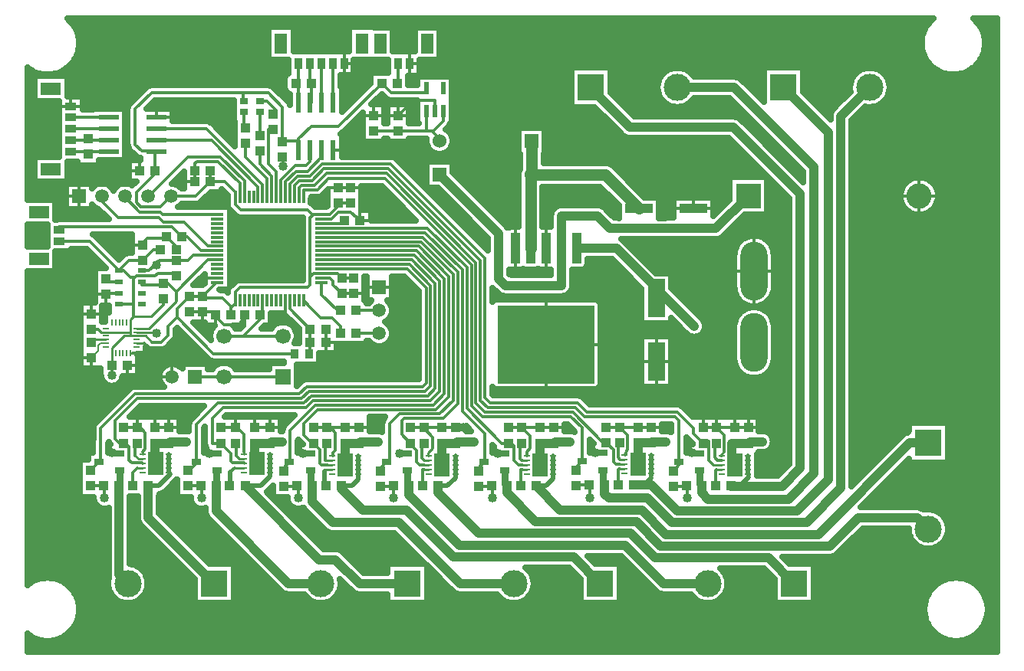
<source format=gbr>
%TF.GenerationSoftware,Novarm,DipTrace,3.3.0.1*%
%TF.CreationDate,2018-11-14T10:14:45-08:00*%
%FSLAX26Y26*%
%MOIN*%
%TF.FileFunction,Copper,L1,Top*%
%TF.Part,Single*%
%AMOUTLINE0*
4,1,4,
0.019685,-0.021654,
-0.019685,-0.021654,
-0.019685,0.021654,
0.019685,0.021654,
0.019685,-0.021654,
0*%
%AMOUTLINE3*
4,1,4,
-0.019685,0.021654,
0.019685,0.021654,
0.019685,-0.021654,
-0.019685,-0.021654,
-0.019685,0.021654,
0*%
%AMOUTLINE6*
4,1,4,
-0.021654,-0.019685,
-0.021654,0.019685,
0.021654,0.019685,
0.021654,-0.019685,
-0.021654,-0.019685,
0*%
%AMOUTLINE9*
4,1,4,
0.21063,-0.169291,
-0.21063,-0.169291,
-0.21063,0.169291,
0.21063,0.169291,
0.21063,-0.169291,
0*%
%AMOUTLINE12*
4,1,4,
0.019685,-0.066929,
-0.019685,-0.066929,
-0.019685,0.066929,
0.019685,0.066929,
0.019685,-0.066929,
0*%
%TA.AperFunction,Conductor*%
%ADD10C,0.009843*%
%ADD15C,0.012992*%
%ADD16C,0.011811*%
%ADD17C,0.008661*%
%ADD18C,0.006299*%
%ADD19C,0.009449*%
%ADD20C,0.02*%
%ADD21C,0.03937*%
%ADD22C,0.03*%
%ADD23C,0.011801*%
%ADD24C,0.05*%
%ADD25C,0.019685*%
%TA.AperFunction,CopperBalancing*%
%ADD26C,0.025*%
%ADD27C,0.013*%
%ADD28C,0.005118*%
%ADD29R,0.043307X0.03937*%
%ADD30R,0.03937X0.043307*%
%ADD31R,0.122047X0.043307*%
%ADD32R,0.074803X0.165354*%
%TA.AperFunction,ComponentPad*%
%ADD33R,0.110236X0.110236*%
%ADD34C,0.110236*%
%ADD35R,0.059055X0.059055*%
%ADD36C,0.059055*%
%ADD37R,0.023622X0.086614*%
%TA.AperFunction,ComponentPad*%
%ADD38R,0.11811X0.11811*%
%ADD39C,0.11811*%
%ADD40R,0.037402X0.03937*%
%TA.AperFunction,ComponentPad*%
%ADD41R,0.06X0.06*%
%ADD42C,0.06*%
%ADD43O,0.11811X0.255906*%
%ADD44R,0.066929X0.066929*%
%ADD45C,0.066929*%
%ADD46R,0.033465X0.051181*%
%ADD47R,0.055118X0.088583*%
%ADD48R,0.086614X0.023622*%
%ADD53R,0.011811X0.057087*%
%ADD54R,0.057087X0.011811*%
%ADD55R,0.030551X0.009449*%
%ADD56R,0.009449X0.030551*%
%ADD58R,0.022441X0.051969*%
%ADD59R,0.035433X0.031496*%
%ADD60R,0.037402X0.021654*%
%ADD61R,0.051181X0.033465*%
%ADD62R,0.088583X0.055118*%
%ADD64R,0.041339X0.025591*%
%ADD66R,0.027559X0.009843*%
%ADD67R,0.066929X0.098425*%
%TA.AperFunction,ViaPad*%
%ADD68C,0.04*%
%ADD151OUTLINE0*%
%ADD154OUTLINE3*%
%ADD157OUTLINE6*%
%ADD160OUTLINE9*%
%ADD163OUTLINE12*%
G75*
G01*
%LPD*%
X1611859Y2618427D2*
D15*
Y2657480D1*
X1536931D1*
X1541582Y2652829D1*
X992444Y2610098D2*
X988188D1*
Y2527558D1*
X992444Y2610098D2*
Y2614172D1*
X929133D1*
X901574Y2641731D1*
Y2795275D1*
X972440Y2866141D1*
X1370843D1*
X1480314D1*
X1541582Y2804873D1*
Y2652829D1*
X1800294Y2059579D2*
X1850294D1*
X1336859Y1962246D2*
D16*
Y1949734D1*
D15*
X1318123Y1930998D1*
Y1899746D1*
X1136860Y1980994D2*
X1193109D1*
X1710875Y2080356D2*
D16*
X1745914D1*
D15*
X1779518D1*
X1800294Y2059579D1*
X1258119Y2040986D2*
D16*
X1249380D1*
D15*
Y2037264D1*
X1193109Y1980994D1*
X1228346Y2480314D2*
Y2527558D1*
X801045Y1735075D2*
D17*
Y1681025D1*
D15*
X799360D1*
X1336859Y2415002D2*
Y2432825D1*
X1289369Y2480314D1*
X1228346D1*
X1193109Y1980994D2*
X1199359Y1974745D1*
X1280609D1*
X1318123Y1937231D1*
Y1899746D1*
X906478Y1809012D2*
D17*
X946892D1*
X974409Y1781495D1*
D15*
X1013779D1*
X1043306Y1811023D1*
Y1850393D1*
X1082676Y1889763D1*
Y1926810D1*
X1136860Y1980994D1*
X879785Y1867201D2*
D17*
Y1879061D1*
X893109Y1892385D1*
D15*
Y1945844D1*
Y2055985D1*
X900327Y2063203D1*
X905609Y2068485D1*
X986859D1*
X999357Y2080983D1*
X1068111D1*
X1080609Y2068485D1*
X774352Y1824760D2*
D17*
X752581D1*
X740082Y1837259D1*
D15*
X710235D1*
X1710875Y2336262D2*
D16*
X1745914D1*
D15*
X1783464Y2373812D1*
Y2385826D1*
X1838582D1*
X1710875Y2080356D2*
D16*
X1675835D1*
D15*
X1661859Y2066380D1*
Y2030989D1*
X1649360Y2018490D1*
X1355609D1*
D16*
X1336859Y1999739D1*
Y1962246D1*
X1710875Y2336262D2*
X1675835D1*
D15*
X1661859Y2322285D1*
Y2066380D1*
X1082676Y1889763D2*
X1241419Y1731020D1*
X1593109D1*
X1336859Y2415002D2*
D16*
Y2379962D1*
D15*
X1360867Y2355955D1*
X1649360D1*
X1669053Y2336262D1*
X1675835D1*
X830609Y1945844D2*
X893109D1*
X1011810Y2185039D2*
X980314D1*
X933070Y2137794D1*
X830609Y2093482D2*
X874922Y2137794D1*
X933070D1*
X900327Y2063203D2*
X879709D1*
X849430Y2093482D1*
X830609D1*
X1546062Y1154684D2*
X1601771D1*
X1603149Y1156062D1*
X1967322Y1154684D2*
X2023031D1*
X2024409Y1156062D1*
X2392519Y1154684D2*
X2448228D1*
X2449606Y1156062D1*
X2874802Y1158634D2*
X2819094D1*
X2817716Y1157256D1*
X3296062Y1156041D2*
X3294690Y1154669D1*
X3238976D1*
X1185472Y1156062D2*
X1130766D1*
X764714Y1156044D2*
X707775D1*
X799360Y1681025D2*
Y1637943D1*
X799212Y1637794D1*
X767716Y1102361D2*
Y1153043D1*
X764714Y1156044D1*
X1188976Y1102361D2*
Y1152558D1*
X1185472Y1156062D1*
X1610235Y1102361D2*
Y1148976D1*
X1603149Y1156062D1*
X2023621Y1102361D2*
Y1155275D1*
X2024409Y1156062D1*
X3299212Y1102361D2*
Y1152892D1*
X3296062Y1156041D1*
X2877952Y1102361D2*
Y1155485D1*
X2874802Y1158634D1*
X2452755Y1102361D2*
Y1152913D1*
X2449606Y1156062D1*
X1024360Y1968495D2*
Y1943499D1*
X973246Y1892385D1*
D17*
X893109D1*
X2165354Y2885826D2*
D15*
Y2866141D1*
X2013869D1*
X1972145Y2907865D1*
X1611859Y2618427D2*
Y2666977D1*
X1665354Y2720472D1*
X1784751D1*
X1972145Y2907865D1*
X801045Y1735075D2*
D17*
Y1757738D1*
X852319Y1809012D1*
X879785D1*
X906478D1*
X879785Y1867201D2*
Y1824760D1*
Y1809012D1*
X774352Y1824760D2*
X879785D1*
X1374350Y2830880D2*
D15*
X1370843D1*
Y2866141D1*
X1056751Y2415460D2*
X1011369Y2370078D1*
X925196D1*
X905511Y2389763D1*
Y2433070D1*
X999999Y2527558D1*
X988188D1*
X1056751Y2415460D2*
X1163491D1*
X1228346Y2480314D1*
X830609Y2093482D2*
X703620Y2220472D1*
X570865D1*
X1937007Y2700787D2*
X2048432D1*
X2165354D1*
X2188976D1*
X2224015Y2665747D1*
Y2657480D1*
X2043306Y2700787D2*
D18*
X2048432D1*
X2165354Y2787401D2*
D15*
Y2700787D1*
X2240157Y2787401D2*
Y2744703D1*
X2196241Y2700787D1*
X2188976D1*
X830609Y2044270D2*
X786075D1*
X774359Y2055986D1*
X1573079Y1962246D2*
D16*
Y1926002D1*
D15*
X1661835Y1837246D1*
Y1780997D2*
Y1837246D1*
X1656102Y1731020D2*
Y1744011D1*
X1661835Y1749745D1*
Y1780997D1*
X3238976Y1221598D2*
X3264566Y1247188D1*
Y1259600D1*
X1592764Y2415002D2*
D16*
Y2462843D1*
D15*
X1614172Y2484251D1*
X1669291D1*
X1720472Y2535432D1*
X2001968D1*
X2401574Y2135826D1*
Y1527558D1*
X2433070Y1496062D1*
X2814960D1*
X2854330Y1456692D1*
X3248031D1*
X3264566Y1440157D1*
Y1259600D1*
X3449606Y1247188D2*
D10*
X3413885D1*
D15*
X3393041Y1268032D1*
Y1349773D1*
X3384944Y1341676D1*
X3368897D1*
X1573079Y2415002D2*
D16*
Y2450041D1*
D15*
Y2470717D1*
X1606298Y2503936D1*
X1661417D1*
X1712598Y2555117D1*
X2011810D1*
X2421259Y2145669D1*
Y1539369D1*
X2444881Y1515747D1*
X2824802D1*
X2864172Y1476377D1*
X3257873D1*
X3326771Y1407480D1*
Y1383802D1*
X3368897Y1341676D1*
X2817716Y1224186D2*
Y1236587D1*
X2843306Y1262178D1*
X1632134Y2415002D2*
D16*
X1633857D1*
Y2444881D1*
D15*
X1692913D1*
X1740157Y2492125D1*
X1986220D1*
X2362204Y2116141D1*
Y1503936D1*
X2409448Y1456692D1*
X2795275D1*
X2843306Y1408661D1*
Y1262178D1*
X3028346Y1249776D2*
D10*
X3008070D1*
D15*
X2990944D1*
X2979133Y1261587D1*
Y1312768D1*
X2947637Y1344264D1*
X1612449Y2415002D2*
D16*
Y2454969D1*
D15*
X1622046Y2464566D1*
X1681102D1*
X1732283Y2515747D1*
X1992125D1*
X2381889Y2125983D1*
Y1515747D1*
X2421259Y1476377D1*
X2803149D1*
X2935262Y1344264D1*
X2947637D1*
X2392519Y1221613D2*
Y1234015D1*
X2418109Y1259606D1*
X1710875Y2257522D2*
D16*
X1745914D1*
D15*
X2161768D1*
X2322834Y2096456D1*
Y1480314D1*
X2421259Y1381889D1*
Y1259606D1*
X2418109D1*
X2522440Y1341692D2*
X2534251D1*
X2546062Y1329881D1*
Y1266889D1*
X2565747Y1247204D1*
X2582873D1*
D10*
X2603149D1*
X1710875Y2277207D2*
D16*
X1745914D1*
D15*
X2171611D1*
X2342519Y2106298D1*
Y1492125D1*
X2492952Y1341692D1*
X2522440D1*
X1967322Y1221613D2*
Y1234015D1*
X1992913Y1259606D1*
X1710875Y2218151D2*
D16*
X1745914D1*
D15*
X2142083D1*
X2283464Y2076771D1*
Y1527558D1*
X2224409Y1468503D1*
X2049212D1*
X2007873Y1427165D1*
Y1259606D1*
X1992913D1*
X2097243Y1341692D2*
Y1337755D1*
X2124802Y1310196D1*
Y1259015D1*
X2136613Y1247204D1*
X2157676D1*
D10*
X2177952D1*
X1710875Y2237836D2*
D16*
X1745914D1*
D15*
X2151926D1*
X2303149Y2086613D1*
Y1511810D1*
X2240157Y1448818D1*
X2068897D1*
X2059054Y1438976D1*
Y1379881D1*
X2097243Y1341692D1*
X1546062Y1221613D2*
Y1234015D1*
X1571653Y1259606D1*
X1710875Y2178781D2*
X2122398D1*
X2244094Y2057086D1*
Y1555117D1*
X2196850Y1507873D1*
X1685039D1*
X1574802Y1397637D1*
Y1259606D1*
X1571653D1*
X1756692Y1247204D2*
D10*
X1736417D1*
D15*
X1711417D1*
X1703543Y1255078D1*
Y1314133D1*
X1675983Y1341692D1*
X1710875Y2198466D2*
D16*
X1745914D1*
D15*
X2132241D1*
X2263779Y2066928D1*
Y1543306D1*
X2208661Y1488188D1*
X1694881D1*
X1633857Y1427165D1*
Y1377952D1*
X1670117Y1341692D1*
X1675983D1*
X1167746Y1259606D2*
Y1254360D1*
X1136377Y1222991D1*
X1130766D1*
X1710875Y2139411D2*
D16*
X1745914D1*
D15*
X2102713D1*
X2204724Y2037401D1*
Y1578739D1*
X2173228Y1547243D1*
X1665354D1*
X1633857Y1515747D1*
X1259842D1*
X1167746Y1423651D1*
Y1259606D1*
X1374369Y1254172D2*
D10*
X1372637Y1255905D1*
D15*
X1322834D1*
X1316766Y1261973D1*
Y1297406D1*
X1274178Y1339994D1*
Y1341692D1*
X1710875Y2159096D2*
D16*
X1745914D1*
D15*
X2112556D1*
X2224409Y2047243D1*
Y1566928D1*
X2185039Y1527558D1*
X1675196D1*
X1643700Y1496062D1*
X1282480D1*
X1236220Y1449802D1*
Y1341692D1*
X1274178D1*
X742913Y1259606D2*
X707775Y1224468D1*
Y1222973D1*
X742913Y1259606D2*
X751676D1*
Y1405220D1*
X901574Y1555117D1*
X1614172D1*
X1645669Y1586613D1*
X2149606D1*
X2165354Y1602361D1*
Y2017716D1*
X2083028Y2100041D1*
X1710875D1*
X933464Y1254159D2*
D10*
X931718Y1255905D1*
D15*
X885826D1*
X874015Y1267716D1*
Y1326771D1*
X859094Y1341692D1*
X850393D1*
X1710875Y2119726D2*
X2092871D1*
X2185039Y2027558D1*
Y1590550D1*
X2161417Y1566928D1*
X1655511D1*
X1624015Y1535432D1*
X909448D1*
X814960Y1440944D1*
Y1360235D1*
X833503Y1341692D1*
X850393D1*
X1710875Y2040986D2*
D16*
Y2028585D1*
D15*
X1711860Y2027599D1*
Y1987245D1*
X1780604Y1918501D1*
X1793108D1*
X1632134Y1962246D2*
D16*
X1656911Y1937469D1*
D15*
X1707127Y1887254D1*
X1755615D1*
X1793108Y1849760D1*
Y1818511D1*
X1961859Y1918490D2*
X1961848Y1918501D1*
X1860037D1*
X1961859Y1818490D2*
X1961838Y1818511D1*
X1860037D1*
X1661070Y2994707D2*
Y2911749D1*
X1666291Y2906528D1*
X1668109D1*
Y2823151D1*
X1661859D1*
X1611857Y2994707D2*
Y2906528D1*
X1599361D1*
X1611859Y2823151D2*
Y2906528D1*
X1533709Y2415002D2*
Y2486465D1*
X1596928Y2549684D1*
X1643111D1*
X1661859Y2568432D1*
Y2618427D1*
X1710283Y2994707D2*
Y2823151D1*
X1711859D1*
X1759495Y2994707D2*
X1761859D1*
Y2823151D1*
X1553394Y2415002D2*
D16*
Y2478591D1*
D15*
X1599490Y2524687D1*
X1649360D1*
X1711859Y2587186D1*
Y2618427D1*
X3449606Y1286558D2*
D10*
X3442070D1*
X3460629Y1305117D1*
D15*
Y1375928D1*
X3427952Y1408606D1*
X2901574Y1299212D2*
X2933490D1*
X2933857Y1299579D1*
X2083464Y1297007D2*
X2052913D1*
X2051180Y1295275D1*
X2508661Y1297007D2*
X2478109D1*
X2476377Y1295275D1*
X2603149Y1286574D2*
Y1303936D1*
X2618109Y1318897D1*
Y1372007D1*
X2581495Y1408621D1*
X3028346Y1289146D2*
D10*
X3030314Y1291115D1*
D15*
X3041338Y1317716D1*
Y1376548D1*
X3006692Y1411193D1*
X2156298Y1408621D2*
Y1406692D1*
X2194881Y1368109D1*
Y1318897D1*
D10*
X2175196Y1299212D1*
Y1286574D1*
X2177952D1*
X2097243Y1408621D2*
D15*
X2156298D1*
X2719291D2*
X2660235D1*
X2581495D2*
X2522440D1*
X3006692Y1411193D2*
X2947637D1*
X3144487D2*
X3085432D1*
X1337474Y1408621D2*
X1274178D1*
X1486708D2*
X1419133D1*
X909448D2*
X850393D1*
X988188D2*
X1047243D1*
X3427952Y1408606D2*
X3368897D1*
X3565747D2*
X3506692D1*
X1735039Y1408621D2*
X1675983D1*
X1813779D2*
X1872834D1*
X1756692Y1286574D2*
D10*
X1761810Y1291692D1*
D15*
Y1299212D1*
X1771653Y1309054D1*
Y1387794D1*
X1750826Y1408621D1*
X1735039D1*
X1662204Y1297007D2*
X1631653D1*
X1629920Y1295275D1*
X1337474Y1408621D2*
Y1418430D1*
X1374369Y1381535D1*
Y1304960D1*
D10*
Y1293543D1*
X1258297Y1297007D2*
D15*
X1226141D1*
X1224409Y1295275D1*
X909448Y1408621D2*
Y1423228D1*
X944881Y1387794D1*
Y1316364D1*
X933464Y1304947D1*
D10*
Y1293529D1*
X1850294Y1992650D2*
D15*
X1800294D1*
X1710875Y2060671D2*
D16*
X1748382D1*
D15*
X1761810Y2047243D1*
Y2031134D1*
X1800294Y1992650D1*
X1838582Y2452755D2*
X1783464D1*
X1710875Y2316577D2*
D16*
X1745914D1*
D15*
X1753585D1*
X1783464Y2346456D1*
X1838582D1*
X1862204Y2322834D1*
Y2326771D1*
X1877952Y2311023D1*
X1356544Y2415002D2*
D16*
Y2450041D1*
D15*
Y2472195D1*
X1261810Y2566928D1*
X1169291D1*
X1161417Y2559054D1*
Y2527558D1*
X1543306Y2547243D2*
Y2584175D1*
X1541582Y2585899D1*
X1136860Y1914065D2*
X1193109D1*
X1236875D1*
X1251193Y1899746D1*
Y1894474D1*
X1287401Y1858267D1*
X1350393D1*
X1391872Y1899746D1*
X1376180D1*
X1728764Y1780997D2*
Y1837246D1*
X1258119Y2060671D2*
D16*
X1223079D1*
D15*
X1198466D1*
X1188976Y2051180D1*
X1553394Y1962246D2*
D16*
Y1927207D1*
D15*
Y1911662D1*
X1527558Y1885826D1*
X830609Y1995057D2*
X780359D1*
X774359Y1989057D1*
X3006692Y1411193D2*
X3085432D1*
X2660235Y1408621D2*
X2581495D1*
X2235039D2*
X2156298D1*
X1735039D2*
X1813779D1*
X3506692Y1408606D2*
X3427952D1*
X2235039Y1408621D2*
X2294094D1*
X2326771Y1409448D2*
X2294920D1*
X2294094Y1408621D1*
X774352Y1777516D2*
D18*
X749957D1*
X740157Y1767716D1*
Y1744007D1*
X710235Y1714086D1*
X2202755Y2787401D2*
D15*
Y2834645D1*
X2110235D1*
X2043306Y2767716D1*
X933070Y2204724D2*
Y2212598D1*
X952755Y2232283D1*
X1027558D1*
X1035432Y2240157D1*
X1161417Y2527558D2*
Y2480314D1*
X879785Y1735075D2*
D19*
X891006D1*
D15*
X947674D1*
X964566Y1751968D1*
X939018Y1777516D1*
D17*
X906478D1*
X1035432Y2240157D2*
D15*
X1078739Y2196850D1*
Y2185039D1*
X1258119Y2159096D2*
D16*
X1155159D1*
D15*
X1131477Y2135414D1*
X1080609D1*
X1044920D1*
X1043107Y2137228D1*
X1005608D1*
X994094Y2125713D1*
X989308Y2120927D1*
X961863Y2093482D1*
X930609D1*
X906478Y1824760D2*
D17*
X990199D1*
D15*
X994094Y1820865D1*
Y2116141D2*
X989308Y2120927D1*
X994094Y2116141D2*
Y2125713D1*
X1258119Y2139411D2*
D16*
X1218151D1*
D15*
X1079544Y2000804D1*
X1044923Y2035424D1*
X1024360D1*
X1019924Y2030989D1*
X930609D1*
Y2044270D1*
X906478Y1840508D2*
D17*
X958869D1*
X1079544Y1961183D1*
D15*
Y2000804D1*
X774352Y1793264D2*
D17*
X718461D1*
D15*
X710235Y1785039D1*
Y1781015D1*
X1454969Y1962246D2*
D16*
Y1952207D1*
D15*
Y1911606D1*
X1443109Y1899746D1*
X1287204Y1808196D2*
X1543109D1*
X1443109Y1899746D2*
Y1881010D1*
X1370296Y1808196D1*
X1287204D1*
X1710875Y2296892D2*
D16*
X1811023D1*
D15*
Y2311023D1*
X3563779Y1227503D2*
D20*
Y1207818D1*
Y1227503D2*
Y1247188D1*
Y1266873D1*
Y1286558D1*
Y1207818D2*
X3568040Y1203557D1*
D15*
Y1193539D1*
D20*
X3530543Y1156041D1*
X3488976D1*
D21*
Y1153543D1*
X3712598D1*
X3791338Y1232283D1*
Y2425196D1*
X3499999Y2716535D1*
X3051180D1*
X2889763Y2877952D1*
Y2881869D1*
X2881889Y2889743D1*
X2043897Y2993138D2*
D15*
Y2912688D1*
X2039074Y2907865D1*
X1474654Y2415002D2*
Y2493145D1*
X1380616Y2587183D1*
Y2645235D1*
X1494339Y2415002D2*
Y2504709D1*
X1443109Y2555939D1*
Y2613991D1*
X1514024Y2415002D2*
D16*
Y2522524D1*
D15*
X1480609Y2555939D1*
Y2707731D1*
X1499360D1*
X3362991Y1156041D2*
X3355117Y1163915D1*
D22*
Y1222199D1*
X3362991Y1156041D2*
D21*
Y1125196D1*
X3389763Y1098424D1*
X3740157D1*
X3850393Y1208661D1*
Y2543306D1*
X3503956Y2889743D1*
X3256889D1*
X1499360Y2774661D2*
D15*
X1511852Y2787153D1*
Y2793418D1*
X1474390Y2830880D1*
X1445216D1*
X1443109Y2680920D2*
X1445216Y2683027D1*
Y2783636D1*
X1380616Y2712165D2*
X1374350Y2718431D1*
Y2783636D1*
X3142519Y1289146D2*
D20*
Y1269461D1*
Y1249776D1*
Y1230091D1*
Y1210406D2*
Y1230091D1*
Y1210406D2*
Y1198989D1*
D15*
Y1188752D1*
D20*
X3112361Y1158595D1*
X3067716D1*
D21*
X3144553D1*
X3255905Y1047243D1*
X3775590D1*
X3913385Y1185039D1*
Y2694881D1*
X3718523Y2889743D1*
X2933857Y1224776D2*
D22*
Y1166508D1*
D15*
X2941731Y1158634D1*
D21*
Y1121259D1*
X2960629Y1102361D1*
X3125983D1*
X3232283Y996062D1*
X3818897D1*
X3968503Y1145669D1*
Y2764724D1*
X4093523Y2889743D1*
X2508661Y1222204D2*
D22*
Y1163936D1*
D15*
X2516535Y1156062D1*
D21*
Y1125196D1*
X2641731Y999999D1*
X3078739D1*
X3185039Y893700D1*
X3921259D1*
X4043306Y1015747D1*
X4300176D1*
X4347932Y967991D1*
X2717322Y1286574D2*
D20*
Y1266889D1*
Y1247204D1*
Y1227519D2*
Y1247204D1*
Y1207834D2*
Y1227519D1*
X2642519Y1156023D2*
X2687165D1*
X2717322Y1186180D1*
Y1207834D1*
X2642519Y1156023D2*
D21*
X2747361Y1051180D1*
X3102361D1*
X3208661Y944881D1*
X3870078D1*
X4268188Y1342991D1*
X4347932D1*
X1258119Y2178781D2*
D23*
X1187359D1*
X1125983Y2240157D1*
X1102361D1*
D15*
X1059054Y2283464D1*
X570865D1*
Y2269684D1*
X2083464Y1222204D2*
D22*
Y1163936D1*
D15*
X2091338Y1156062D1*
X3389251Y730806D2*
D21*
X3198326D1*
X3031495Y897637D1*
X2311023D1*
X2091338Y1117322D1*
Y1156062D1*
X2292125Y1286574D2*
D20*
Y1266889D1*
Y1247204D1*
Y1227519D1*
Y1207834D1*
Y1190117D1*
X2258031Y1156023D1*
X2217322D1*
D21*
Y1125196D1*
X2393700Y948818D1*
X3055117D1*
X3161417Y842519D1*
X3652539D1*
X3764251Y730806D1*
X1662204Y1222204D2*
D22*
Y1163936D1*
D15*
X1670078Y1156062D1*
D21*
Y1085826D1*
X1759842Y996062D1*
X2047243D1*
X2312499Y730806D1*
X2546731D1*
X1870865Y1286574D2*
D20*
Y1266889D1*
Y1247204D1*
Y1227519D1*
Y1207834D1*
Y1182243D1*
X1844645Y1156023D1*
X1796062D1*
D21*
Y1144881D1*
X1889763Y1051180D1*
X2078739D1*
X2283464Y846456D1*
X2806082D1*
X2921731Y730806D1*
X1488543Y1293543D2*
D20*
Y1273857D1*
Y1254172D1*
Y1234487D1*
Y1214802D1*
Y1197204D1*
X1447401Y1156062D1*
X1378842D1*
D21*
X1700259Y834645D1*
X1771653D1*
X1875491Y730806D1*
X2083149D1*
X1258297Y1222204D2*
D15*
X1252401Y1216308D1*
D22*
Y1156062D1*
D21*
Y1046810D1*
X1568405Y730806D1*
X1708149D1*
X831644Y1156044D2*
D15*
X833464Y1157864D1*
D22*
Y1222204D1*
X831644Y1156044D2*
D21*
Y768729D1*
X869566Y730806D1*
X1047637Y1234474D2*
D20*
Y1254159D1*
Y1273844D1*
Y1293529D1*
Y1234474D2*
Y1214789D1*
X1045550Y1212703D1*
X1052355Y1205898D1*
X1002501Y1156044D1*
X958464D1*
D21*
Y1016909D1*
X1244566Y730806D1*
X756751Y2415460D2*
D15*
Y2414231D1*
X759842Y2417322D1*
Y2389763D1*
X826771Y2322834D1*
X1003936D1*
X1023621Y2303149D1*
X1112204D1*
X1216886Y2198466D1*
D16*
X1258119D1*
X856751Y2415460D2*
D15*
X852255D1*
X921259Y2346456D1*
X1011810D1*
X1022004Y2336262D1*
X1223081D1*
D16*
X1258119D1*
X1376229Y2415002D2*
D15*
Y2482037D1*
X1271653Y2586613D1*
X1129920D1*
X956751Y2413444D1*
Y2415460D1*
X1543109Y1631031D2*
X1287204D1*
X1543109D2*
X1161860D1*
X621456Y2660235D2*
X696457D1*
Y2665453D1*
X701813Y2660098D1*
X787720D1*
X621456Y2611023D2*
X696457D1*
Y2598524D1*
X708031Y2610098D1*
X787720D1*
X1435284Y2415002D2*
Y2458415D1*
X1232283Y2661417D1*
X1042380D1*
X1041061Y2660098D1*
X992444D1*
X621456Y2709448D2*
X622106Y2710098D1*
X787720D1*
X621456Y2758661D2*
X622893Y2760098D1*
X787720D1*
X1454969Y2415002D2*
D16*
Y2466289D1*
D15*
X1211161Y2710098D1*
X992444D1*
X2624409Y2509842D2*
D24*
Y2657480D1*
X2624015D1*
X3090550Y2362204D2*
X2942913Y2509842D1*
X2624409D1*
X2620078Y2505511D1*
Y2188981D1*
X3506692Y1247188D2*
D21*
X3495127D1*
Y1341676D1*
X3506692D1*
X3565747D1*
X2719291Y1341692D2*
X2660235D1*
Y1247204D1*
X2294094Y1341692D2*
X2235039D1*
Y1247204D1*
X1813779Y1341692D2*
Y1247204D1*
X988188Y1341692D2*
Y1256522D1*
X990550Y1254159D1*
X1872834Y1341692D2*
X1813779D1*
X1047243D2*
X988188D1*
X3144487Y1344264D2*
X3085432D1*
Y1249776D1*
X3208661Y1348424D2*
X3148648D1*
X3144487Y1344264D1*
X1122046Y1348424D2*
X1053976D1*
X1047243Y1341692D1*
X1539369Y1348424D2*
X1493440D1*
X1486708Y1341692D1*
X1956692Y1348424D2*
X1879566D1*
X1872834Y1341692D1*
X2374015Y1348424D2*
X2300826D1*
X2294094Y1341692D1*
X2791338Y1348424D2*
X2726023D1*
X2719291Y1341692D1*
X3625983Y1348424D2*
X3572495D1*
X3565747Y1341676D1*
X2820865Y2188981D2*
X2992120D1*
X3330708Y1850393D1*
X3208661Y1972440D1*
X3165354D1*
X1486708Y1341692D2*
X1419133D1*
Y1266495D1*
X1431456Y1254172D1*
X2753936Y2188981D2*
Y2330708D1*
X2909448D1*
X2964566Y2275590D1*
X3425196D1*
X3566928Y2417322D1*
X2753936Y2188981D2*
Y2027558D1*
X2509842D1*
X2480314Y2057086D1*
Y2253936D1*
X2224409Y2509842D1*
X3028346Y1269461D2*
D10*
X3008070D1*
D15*
X2998818Y1278713D1*
Y1336390D1*
X3006692Y1344264D1*
X3000787Y1158595D2*
Y1228123D1*
X3002755Y1230091D1*
X3008070D1*
D10*
X3028346D1*
X2603149Y1266889D2*
X2582873D1*
D15*
X2581495D1*
X2573621Y1274763D1*
Y1333818D1*
X2581495Y1341692D1*
X2603149Y1227519D2*
D10*
X2582873D1*
D15*
X2575944D1*
X2575590Y1227165D1*
Y1156023D1*
X3449606Y1266873D2*
X3431697D1*
X3420127Y1278444D1*
Y1341676D1*
X3427952D1*
X3449606Y1227503D2*
D10*
X3427007D1*
D15*
X3422046Y1222543D1*
Y1156041D1*
X2177952Y1266889D2*
D10*
X2157676D1*
D15*
X2148424Y1276141D1*
Y1333818D1*
X2156298Y1341692D1*
X2177952Y1227519D2*
D10*
X2157676D1*
D15*
X2152361D1*
X2150393Y1225550D1*
Y1156023D1*
X1756692Y1266889D2*
D10*
X1728543D1*
D15*
Y1335196D1*
X1735039Y1341692D1*
X1729133Y1156023D2*
D25*
X1724409D1*
Y1220472D1*
D10*
X1731456Y1227519D1*
X1756692D1*
X1374369Y1273857D2*
X1352125D1*
X1338989Y1286994D1*
D15*
Y1341692D1*
X1337474D1*
X1374369Y1234487D2*
D10*
X1332913D1*
D15*
X1314960Y1216535D1*
D25*
Y1156062D1*
D15*
X1311913D1*
X933464Y1273844D2*
D10*
X915650D1*
X901574Y1287920D1*
D15*
Y1341692D1*
X909448D1*
X933464Y1234474D2*
D10*
X911902D1*
D15*
X891535Y1214107D1*
Y1156044D1*
D68*
X3208661Y1348424D3*
X3625983D3*
X2791338D3*
X2374015D3*
X1539369D3*
X1956692D3*
X1122046D3*
X3318897Y1299212D3*
X3208661Y1417322D3*
X2901574Y1299212D3*
X2051180Y1295275D3*
X2326771Y1409448D3*
X2775590Y1407480D3*
X2476377Y1295275D3*
X1948818Y1425196D3*
X1545275Y1446850D3*
X1629920Y1295275D3*
X1224409D3*
X1102361Y1476377D3*
X799212Y1299212D3*
X1917322Y2437007D3*
X1543306Y2547243D3*
X1106298Y2492125D3*
X1039369Y519684D3*
X960629Y3122046D3*
X1173228Y2803149D3*
X1200787Y1858267D3*
X1188976Y2051180D3*
X1527558Y1885826D3*
X1905511Y535432D3*
X2744094Y539369D3*
X994094Y1820865D3*
Y2116141D3*
X3330708Y1850393D3*
X4392125Y2342519D3*
X4442125D3*
X4492125D3*
X799212Y1637794D3*
X767716Y1102361D3*
X1188976D3*
X1610235D3*
X2023621D3*
X2452755D3*
X2877952D3*
X3299212D3*
X1377952Y2299212D3*
X1594487D3*
Y2090550D3*
X1377952D3*
X4542125Y2342519D3*
X4592125D3*
Y2392519D3*
Y2442519D3*
Y2542519D3*
X4542125D3*
X4492125D3*
X4442125D3*
X4392125D3*
Y2592519D3*
Y2642519D3*
X4492125Y2592519D3*
Y2642519D3*
X4592125Y2592519D3*
Y2642519D3*
X4392125Y2742519D3*
X4442125D3*
X4492125D3*
X4542125D3*
X4592125Y2792519D3*
X4542125Y2842519D3*
X4492125D3*
X4442125D3*
X4392125D3*
Y2792519D3*
X4592125Y2742519D3*
Y2842519D3*
X3582676Y535432D3*
X4535432Y1157480D3*
X4145669Y1629920D3*
X4153543Y1964566D3*
X3885826Y3133857D3*
X3066928Y3137794D3*
X2507873Y2893700D3*
X964566Y2972440D3*
X1901574Y2618109D3*
X2452755Y2503936D3*
X2787401Y2417322D3*
X3342519Y2118109D3*
X3039369Y1830708D3*
X3460629Y1539369D3*
X1854330Y1669291D3*
X543306Y1803149D3*
X468503Y2228346D3*
X551180Y1185039D3*
X822834Y2220472D3*
X632260Y3164977D2*
D26*
X4344108D1*
X4569258D2*
X4644028D1*
X647045Y3140108D2*
X1478541D1*
X1591661D2*
X1828914D1*
X2023670D2*
X2113333D1*
X2226451D2*
X4329325D1*
X4584043D2*
X4644028D1*
X655692Y3115239D2*
X1478541D1*
X1591661D2*
X1828914D1*
X2023670D2*
X2113333D1*
X2226451D2*
X4320676D1*
X4592726D2*
X4644028D1*
X659389Y3090371D2*
X1478541D1*
X1591661D2*
X1828914D1*
X2023670D2*
X2113333D1*
X2226451D2*
X4316980D1*
X4596422D2*
X4644028D1*
X658528Y3065502D2*
X1478541D1*
X1591661D2*
X1828914D1*
X2023670D2*
X2113333D1*
X2226451D2*
X4317842D1*
X4595561D2*
X4644028D1*
X653037Y3040633D2*
X1478541D1*
X2226451D2*
X4323331D1*
X4590035D2*
X4644028D1*
X642237Y3015764D2*
X1478541D1*
X2226451D2*
X4334133D1*
X4579234D2*
X4644028D1*
X624473Y2990896D2*
X1566134D1*
X1854440D2*
X1998180D1*
X2138857D2*
X4351896D1*
X4561472D2*
X4644028D1*
X594869Y2966027D2*
X1566134D1*
X1854440D2*
X1998180D1*
X2138857D2*
X2793840D1*
X2969936D2*
X3215658D1*
X3298133D2*
X3630480D1*
X3806575D2*
X4052298D1*
X4134772D2*
X4381536D1*
X4531867D2*
X4644028D1*
X434718Y2941158D2*
X1553323D1*
X1797348D2*
X1921495D1*
X2138857D2*
X2793840D1*
X2969936D2*
X3186018D1*
X3327772D2*
X3630480D1*
X3806575D2*
X4022623D1*
X4164413D2*
X4644028D1*
X434718Y2916289D2*
X461763D1*
X608326D2*
X1548695D1*
X1797348D2*
X1921495D1*
X2089733D2*
X2125138D1*
X2280385D2*
X2793840D1*
X2969936D2*
X3173064D1*
X3545231D2*
X3630480D1*
X3806575D2*
X4009704D1*
X4177367D2*
X4644028D1*
X434718Y2891420D2*
X461763D1*
X608326D2*
X948747D1*
X1504031D2*
X1548695D1*
X1802659D2*
X1906532D1*
X2280385D2*
X2793840D1*
X2969936D2*
X3168865D1*
X3570099D2*
X3630480D1*
X3806575D2*
X4005469D1*
X4181565D2*
X4644028D1*
X434718Y2866552D2*
X461763D1*
X608326D2*
X923700D1*
X1529078D2*
X1558169D1*
X1802659D2*
X1881663D1*
X2280385D2*
X2793840D1*
X2969936D2*
X3172023D1*
X3594966D2*
X3630480D1*
X3809518D2*
X4002527D1*
X4178372D2*
X4644028D1*
X434718Y2841683D2*
X461763D1*
X676039D2*
X898833D1*
X1553945D2*
X1571050D1*
X1802659D2*
X1856796D1*
X1955130D2*
X1989209D1*
X2280385D2*
X2793840D1*
X2993835D2*
X3183613D1*
X3330178D2*
X3484216D1*
X3834386D2*
X3977659D1*
X4166817D2*
X4644028D1*
X434718Y2816814D2*
X566867D1*
X676039D2*
X874071D1*
X972263D2*
X1327648D1*
X1802659D2*
X1831928D1*
X1930263D2*
X2125138D1*
X2280385D2*
X2793840D1*
X3018703D2*
X3209666D1*
X3304125D2*
X3509083D1*
X3859254D2*
X3952792D1*
X4140764D2*
X4644028D1*
X434718Y2791945D2*
X566867D1*
X1064737D2*
X1327648D1*
X2091993D2*
X2125138D1*
X2280385D2*
X2907952D1*
X3043570D2*
X3533951D1*
X3884121D2*
X3928678D1*
X4063543D2*
X4644028D1*
X434718Y2767077D2*
X566867D1*
X1064737D2*
X1327648D1*
X2091993D2*
X2125138D1*
X2280385D2*
X2932819D1*
X3068438D2*
X3558819D1*
X4038675D2*
X4644028D1*
X434718Y2742208D2*
X566867D1*
X1221263D2*
X1327648D1*
X1855659D2*
X1888338D1*
X2091993D2*
X2125138D1*
X2280385D2*
X2957687D1*
X3542145D2*
X3583687D1*
X4017180D2*
X4644028D1*
X434718Y2717339D2*
X566867D1*
X1253092D2*
X1331918D1*
X1830792D2*
X1888338D1*
X2261940D2*
X2982554D1*
X3567012D2*
X3608554D1*
X4017180D2*
X4644028D1*
X434718Y2692470D2*
X566867D1*
X1277960D2*
X1331918D1*
X1804704D2*
X1888338D1*
X2270876D2*
X2565007D1*
X2683006D2*
X3007423D1*
X3591880D2*
X3633422D1*
X4017180D2*
X4644028D1*
X434718Y2667602D2*
X566867D1*
X1302829D2*
X1331918D1*
X1802659D2*
X1888338D1*
X2091993D2*
X2165939D1*
X2282108D2*
X2565007D1*
X2683006D2*
X3481129D1*
X3616749D2*
X3658291D1*
X4017180D2*
X4644028D1*
X434718Y2642733D2*
X566867D1*
X1802659D2*
X2166980D1*
X2281067D2*
X2565007D1*
X2683006D2*
X3505998D1*
X3641616D2*
X3683158D1*
X4017180D2*
X4644028D1*
X434718Y2617864D2*
X566867D1*
X860018D2*
X876260D1*
X1802659D2*
X2181225D1*
X2266785D2*
X2565007D1*
X2683006D2*
X3530865D1*
X3666483D2*
X3708025D1*
X4017180D2*
X4644028D1*
X434718Y2592995D2*
X566867D1*
X860018D2*
X901165D1*
X1802659D2*
X2570424D1*
X2678413D2*
X3555733D1*
X3691351D2*
X3732893D1*
X4017180D2*
X4644028D1*
X434718Y2568127D2*
X461763D1*
X745151D2*
X870591D1*
X2047964D2*
X2570424D1*
X2678413D2*
X3580600D1*
X3716220D2*
X3757760D1*
X4017180D2*
X4644028D1*
X434718Y2543258D2*
X461763D1*
X608326D2*
X870591D1*
X2072831D2*
X2165401D1*
X2283399D2*
X2570424D1*
X2984827D2*
X3605469D1*
X3741087D2*
X3782629D1*
X4017180D2*
X4644028D1*
X434718Y2518389D2*
X461763D1*
X608326D2*
X870591D1*
X2097699D2*
X2165401D1*
X2283687D2*
X2566046D1*
X3009695D2*
X3630336D1*
X3765955D2*
X3801720D1*
X4017180D2*
X4644028D1*
X434718Y2493520D2*
X461763D1*
X608326D2*
X870591D1*
X1085980D2*
X1110764D1*
X2122566D2*
X2165401D1*
X2308554D2*
X2566083D1*
X3034564D2*
X3482817D1*
X4017180D2*
X4276897D1*
X4340424D2*
X4644028D1*
X434718Y2468651D2*
X598230D1*
X715296D2*
X736636D1*
X776838D2*
X836645D1*
X876847D2*
X891943D1*
X1076865D2*
X1110764D1*
X2147435D2*
X2165401D1*
X2333422D2*
X2566083D1*
X3059431D2*
X3482817D1*
X3651053D2*
X3680071D1*
X4017180D2*
X4242700D1*
X4374623D2*
X4644028D1*
X434718Y2443783D2*
X598230D1*
X1887273D2*
X1985405D1*
X2172302D2*
X2222636D1*
X2358289D2*
X2566083D1*
X2674070D2*
X2933645D1*
X3084298D2*
X3482817D1*
X3651053D2*
X3704939D1*
X4017180D2*
X4228956D1*
X4388365D2*
X4644028D1*
X434718Y2418914D2*
X598230D1*
X1216096D2*
X1301344D1*
X1715784D2*
X1734791D1*
X1887273D2*
X2010272D1*
X2197170D2*
X2247503D1*
X2383158D2*
X2566083D1*
X2674070D2*
X2958512D1*
X3109166D2*
X3482817D1*
X3651053D2*
X3729808D1*
X4017180D2*
X4224543D1*
X4392780D2*
X4644028D1*
X557729Y2394045D2*
X598230D1*
X1191229D2*
X1301955D1*
X1667053D2*
X1734791D1*
X1887273D2*
X2035141D1*
X2222037D2*
X2272407D1*
X2408025D2*
X2566083D1*
X2674070D2*
X2983380D1*
X3180575D2*
X3236759D1*
X3416801D2*
X3475819D1*
X3651053D2*
X3742654D1*
X4017180D2*
X4227915D1*
X4389406D2*
X4644028D1*
X557729Y2369176D2*
X598230D1*
X1227902D2*
X1301955D1*
X1685318D2*
X1729658D1*
X1887273D2*
X2060008D1*
X2246905D2*
X2297275D1*
X2432893D2*
X2566083D1*
X2674070D2*
X2725876D1*
X2937497D2*
X3000533D1*
X3180575D2*
X3236759D1*
X3416801D2*
X3450951D1*
X3651053D2*
X3742654D1*
X4017180D2*
X4240259D1*
X4377062D2*
X4644028D1*
X557729Y2344308D2*
X756120D1*
X1928612D2*
X2084876D1*
X2271773D2*
X2322142D1*
X2457760D2*
X2566083D1*
X2674070D2*
X2707287D1*
X2963655D2*
X3000533D1*
X3180575D2*
X3236759D1*
X3651053D2*
X3742654D1*
X4017180D2*
X4269684D1*
X4347637D2*
X4644028D1*
X557729Y2319439D2*
X780989D1*
X1315675D2*
X1626348D1*
X1928612D2*
X2109743D1*
X2296641D2*
X2347010D1*
X2482628D2*
X2566083D1*
X2674070D2*
X2705242D1*
X3536871D2*
X3742654D1*
X4017180D2*
X4644028D1*
X1315675Y2294570D2*
X1626348D1*
X2321508D2*
X2371877D1*
X2507497D2*
X2566083D1*
X2674070D2*
X2705242D1*
X3512002D2*
X3742654D1*
X4017180D2*
X4644028D1*
X434718Y2269701D2*
X516271D1*
X1315675D2*
X1626348D1*
X2346376D2*
X2396746D1*
X3487134D2*
X3742654D1*
X4017180D2*
X4644028D1*
X434718Y2244833D2*
X516271D1*
X728359D2*
X884371D1*
X1315675D2*
X1626348D1*
X2371243D2*
X2421613D1*
X3462267D2*
X3582646D1*
X3598469D2*
X3742654D1*
X4017180D2*
X4644028D1*
X434718Y2219964D2*
X516271D1*
X753297D2*
X884371D1*
X1315675D2*
X1626348D1*
X2396112D2*
X2431625D1*
X3028965D2*
X3527564D1*
X3653529D2*
X3742654D1*
X4017180D2*
X4644028D1*
X778166Y2195095D2*
X884371D1*
X1315675D2*
X1626348D1*
X3053833D2*
X3510268D1*
X3670826D2*
X3742654D1*
X4017180D2*
X4644028D1*
X557729Y2170226D2*
X704699D1*
X803033D2*
X866356D1*
X1315675D2*
X1626348D1*
X3078701D2*
X3503163D1*
X3677931D2*
X3742654D1*
X4017180D2*
X4644028D1*
X557729Y2145357D2*
X729566D1*
X1315675D2*
X1626348D1*
X3103569D2*
X3502481D1*
X3678612D2*
X3742654D1*
X4017180D2*
X4644028D1*
X557729Y2120489D2*
X754434D1*
X1315675D2*
X1626348D1*
X2869495D2*
X2992781D1*
X3128436D2*
X3502481D1*
X3678612D2*
X3742654D1*
X4017180D2*
X4644028D1*
X557729Y2095620D2*
X725691D1*
X1315675D2*
X1626348D1*
X2577220D2*
X2595974D1*
X2644179D2*
X2662935D1*
X2844951D2*
X3017650D1*
X3153304D2*
X3502481D1*
X3678612D2*
X3742654D1*
X4017180D2*
X4644028D1*
X434718Y2070751D2*
X725691D1*
X1315675D2*
X1626348D1*
X2802608D2*
X3042518D1*
X3231747D2*
X3502481D1*
X3678612D2*
X3742654D1*
X4017180D2*
X4644028D1*
X434718Y2045882D2*
X725691D1*
X1173789D2*
X1200582D1*
X1315675D2*
X1334717D1*
X2020405D2*
X2088033D1*
X2802608D2*
X3067385D1*
X3231747D2*
X3502481D1*
X3678612D2*
X3742654D1*
X4017180D2*
X4644028D1*
X434718Y2021014D2*
X725691D1*
X2020405D2*
X2112902D1*
X2802141D2*
X3092289D1*
X3231747D2*
X3502481D1*
X3678612D2*
X3742654D1*
X4017180D2*
X4644028D1*
X434718Y1996145D2*
X725691D1*
X2020405D2*
X2129875D1*
X2456756D2*
X2473430D1*
X2790300D2*
X3098964D1*
X3252775D2*
X3506392D1*
X3674701D2*
X3742654D1*
X4017180D2*
X4644028D1*
X434718Y1971276D2*
X725691D1*
X2020405D2*
X2129875D1*
X2456756D2*
X3098964D1*
X3277642D2*
X3518915D1*
X3662213D2*
X3742654D1*
X4017180D2*
X4644028D1*
X434718Y1946407D2*
X661566D1*
X2012940D2*
X2129875D1*
X2926086D2*
X3098964D1*
X3302510D2*
X3547336D1*
X3633758D2*
X3742654D1*
X4017180D2*
X4644028D1*
X434718Y1921539D2*
X661566D1*
X758931D2*
X782926D1*
X2020297D2*
X2129875D1*
X2926624D2*
X3098964D1*
X3327378D2*
X3543604D1*
X3637489D2*
X3742654D1*
X4017180D2*
X4644028D1*
X434718Y1896670D2*
X661566D1*
X1493768D2*
X1553251D1*
X2015955D2*
X2129875D1*
X2926624D2*
X3098964D1*
X3352246D2*
X3517409D1*
X3663721D2*
X3742654D1*
X4017180D2*
X4644028D1*
X434718Y1871801D2*
X661566D1*
X1493768D2*
X1578120D1*
X1995321D2*
X2129875D1*
X2926624D2*
X3098964D1*
X3374494D2*
X3505746D1*
X3675347D2*
X3742654D1*
X4017180D2*
X4644028D1*
X434718Y1846932D2*
X661566D1*
X1174686D2*
X1238943D1*
X1335482D2*
X1359872D1*
X1458207D2*
X1494833D1*
X2012617D2*
X2129875D1*
X2926624D2*
X3266363D1*
X3379590D2*
X3502481D1*
X3678612D2*
X3742654D1*
X4017180D2*
X4644028D1*
X434718Y1822064D2*
X661566D1*
X1078804D2*
X1101218D1*
X1199553D2*
X1226382D1*
X2020260D2*
X2129875D1*
X2926624D2*
X3291230D1*
X3370081D2*
X3502481D1*
X3678612D2*
X3742654D1*
X4017180D2*
X4644028D1*
X434718Y1797195D2*
X661566D1*
X1075752D2*
X1126086D1*
X2016170D2*
X2129875D1*
X2926624D2*
X3098964D1*
X3231747D2*
X3502481D1*
X3678612D2*
X3742654D1*
X4017180D2*
X4644028D1*
X434718Y1772326D2*
X661566D1*
X1053756D2*
X1150955D1*
X1910707D2*
X1927595D1*
X1996111D2*
X2129875D1*
X2926624D2*
X3098964D1*
X3231747D2*
X3502481D1*
X3678612D2*
X3742654D1*
X4017180D2*
X4644028D1*
X434718Y1747457D2*
X661566D1*
X950768D2*
X1175822D1*
X1779406D2*
X2129875D1*
X2926624D2*
X3098964D1*
X3231747D2*
X3502481D1*
X3678612D2*
X3742654D1*
X4017180D2*
X4644028D1*
X434718Y1722588D2*
X661566D1*
X916930D2*
X1200690D1*
X1703798D2*
X2129875D1*
X2926624D2*
X3098964D1*
X3231747D2*
X3502481D1*
X3678612D2*
X3742654D1*
X4017180D2*
X4644028D1*
X434718Y1697720D2*
X661566D1*
X916930D2*
X1545393D1*
X1703798D2*
X2129875D1*
X2926624D2*
X3098964D1*
X3231747D2*
X3503486D1*
X3677644D2*
X3742654D1*
X4017180D2*
X4644028D1*
X434718Y1672851D2*
X661566D1*
X916930D2*
X1022058D1*
X1220402D2*
X1241741D1*
X1332684D2*
X1480658D1*
X1605583D2*
X2129875D1*
X2926624D2*
X3098964D1*
X3231747D2*
X3511272D1*
X3669821D2*
X3742654D1*
X4017180D2*
X4644028D1*
X434718Y1647982D2*
X748692D1*
X916930D2*
X1005947D1*
X1605583D2*
X2129875D1*
X2926624D2*
X3098964D1*
X3231747D2*
X3529789D1*
X3651305D2*
X3742654D1*
X4017180D2*
X4644028D1*
X434718Y1623113D2*
X752604D1*
X845843D2*
X1003901D1*
X1605583D2*
X2129875D1*
X2926624D2*
X3098964D1*
X3231747D2*
X3742654D1*
X4017180D2*
X4644028D1*
X434718Y1598245D2*
X772268D1*
X826179D2*
X1013913D1*
X2926301D2*
X3098964D1*
X3231747D2*
X3742654D1*
X4017180D2*
X4644028D1*
X434718Y1573376D2*
X870663D1*
X2456756D2*
X3742654D1*
X4017180D2*
X4644028D1*
X434718Y1548507D2*
X845794D1*
X2831243D2*
X3742654D1*
X4017180D2*
X4644028D1*
X434718Y1523638D2*
X820927D1*
X2866087D2*
X3742654D1*
X4017180D2*
X4644028D1*
X434718Y1498770D2*
X796060D1*
X921953D2*
X1193692D1*
X3284640D2*
X3742654D1*
X4017180D2*
X4644028D1*
X434718Y1473901D2*
X771192D1*
X897086D2*
X1168825D1*
X3309508D2*
X3742654D1*
X4017180D2*
X4644028D1*
X434718Y1449032D2*
X746325D1*
X1095920D2*
X1143957D1*
X1535394D2*
X1577043D1*
X1921507D2*
X1980669D1*
X3614415D2*
X3742654D1*
X4017180D2*
X4644028D1*
X434718Y1424163D2*
X722174D1*
X1095920D2*
X1132259D1*
X1535394D2*
X1552175D1*
X1921507D2*
X1972378D1*
X3614415D2*
X3742654D1*
X4017180D2*
X4259889D1*
X4435985D2*
X4644028D1*
X434718Y1399294D2*
X716182D1*
X1095920D2*
X1132259D1*
X1921507D2*
X1972378D1*
X2767980D2*
X2803493D1*
X3193171D2*
X3229079D1*
X3614415D2*
X3742654D1*
X4017180D2*
X4259889D1*
X4435985D2*
X4644028D1*
X434718Y1374426D2*
X716182D1*
X3667022D2*
X3742654D1*
X4017180D2*
X4231791D1*
X4435985D2*
X4644028D1*
X434718Y1349557D2*
X716182D1*
X3674952D2*
X3742654D1*
X4017180D2*
X4206923D1*
X4435985D2*
X4644028D1*
X434718Y1324688D2*
X716182D1*
X3668457D2*
X3742654D1*
X4017180D2*
X4182056D1*
X4435985D2*
X4644028D1*
X434718Y1299819D2*
X716182D1*
X3614415D2*
X3742654D1*
X4017180D2*
X4157188D1*
X4435985D2*
X4644028D1*
X434718Y1274951D2*
X693251D1*
X3606557D2*
X3742654D1*
X4017180D2*
X4132319D1*
X4435985D2*
X4644028D1*
X434718Y1250082D2*
X659090D1*
X3606557D2*
X3741326D1*
X4017180D2*
X4107452D1*
X4243107D2*
X4644028D1*
X434718Y1225213D2*
X659090D1*
X3606557D2*
X3716459D1*
X4017180D2*
X4082585D1*
X4218239D2*
X4644028D1*
X434718Y1200344D2*
X659090D1*
X3606917D2*
X3691591D1*
X4017180D2*
X4057717D1*
X4193371D2*
X4644028D1*
X434718Y1175476D2*
X659090D1*
X4017180D2*
X4032850D1*
X4168503D2*
X4644028D1*
X434718Y1150607D2*
X659090D1*
X1051172D2*
X1082092D1*
X4143636D2*
X4644028D1*
X434718Y1125738D2*
X659090D1*
X1025335D2*
X1082092D1*
X1476974D2*
X1497380D1*
X4118768D2*
X4644028D1*
X434718Y1100869D2*
X718729D1*
X880327D2*
X909776D1*
X1007142D2*
X1140010D1*
X1501842D2*
X1561254D1*
X4093864D2*
X4644028D1*
X434718Y1076001D2*
X726911D1*
X880327D2*
X909776D1*
X1007142D2*
X1148155D1*
X1526709D2*
X1569436D1*
X4068997D2*
X4644028D1*
X434718Y1051132D2*
X782962D1*
X880327D2*
X909776D1*
X1007142D2*
X1203704D1*
X1551578D2*
X1636969D1*
X4370603D2*
X4644028D1*
X434718Y1026263D2*
X782962D1*
X880327D2*
X909776D1*
X1016939D2*
X1208548D1*
X1576445D2*
X1661838D1*
X4413090D2*
X4644028D1*
X434718Y1001394D2*
X782962D1*
X880327D2*
X912468D1*
X1041806D2*
X1230007D1*
X1601313D2*
X1686705D1*
X4429203D2*
X4644028D1*
X434718Y976525D2*
X782962D1*
X880327D2*
X931020D1*
X1066674D2*
X1254875D1*
X1626180D2*
X1711573D1*
X4435553D2*
X4644028D1*
X434718Y951657D2*
X782962D1*
X880327D2*
X955888D1*
X1091543D2*
X1279742D1*
X1651048D2*
X1744658D1*
X4047036D2*
X4261468D1*
X4434405D2*
X4644028D1*
X434718Y926788D2*
X782962D1*
X880327D2*
X980755D1*
X1116410D2*
X1304611D1*
X1675917D2*
X2048705D1*
X4022167D2*
X4270439D1*
X4425398D2*
X4644028D1*
X434718Y901919D2*
X782962D1*
X880327D2*
X1005624D1*
X1141277D2*
X1329478D1*
X1700784D2*
X2073573D1*
X3997300D2*
X4291071D1*
X4404801D2*
X4644028D1*
X434718Y877050D2*
X782962D1*
X880327D2*
X1030491D1*
X1166145D2*
X1354346D1*
X1792468D2*
X2098440D1*
X3972432D2*
X4644028D1*
X434718Y852182D2*
X782962D1*
X880327D2*
X1055359D1*
X1191014D2*
X1379213D1*
X1821928D2*
X2123308D1*
X3943976D2*
X4644028D1*
X434718Y827313D2*
X782962D1*
X880327D2*
X1080226D1*
X1215881D2*
X1404082D1*
X1846797D2*
X2148176D1*
X2893036D2*
X3034012D1*
X3735561D2*
X4644028D1*
X434718Y802444D2*
X782962D1*
X918831D2*
X1105130D1*
X1332612D2*
X1428949D1*
X1871665D2*
X1995094D1*
X3009804D2*
X3058881D1*
X3852292D2*
X4644028D1*
X434718Y777575D2*
X782962D1*
X943699D2*
X1129998D1*
X1332612D2*
X1453817D1*
X1896532D2*
X1995094D1*
X2171190D2*
X2197911D1*
X2620855D2*
X2807153D1*
X3009804D2*
X3083749D1*
X3463380D2*
X3649678D1*
X3852292D2*
X4644028D1*
X434718Y752707D2*
X489393D1*
X549978D2*
X784361D1*
X954788D2*
X1154865D1*
X1332612D2*
X1478684D1*
X2171190D2*
X2222779D1*
X2631943D2*
X2832020D1*
X3009804D2*
X3108616D1*
X3474468D2*
X3674545D1*
X3852292D2*
X4438233D1*
X4498781D2*
X4644028D1*
X604952Y727838D2*
X781562D1*
X957586D2*
X1156516D1*
X1332612D2*
X1503552D1*
X1796165D2*
X1810649D1*
X2171190D2*
X2247646D1*
X2634742D2*
X2833671D1*
X3009804D2*
X3133483D1*
X3477267D2*
X3676196D1*
X3852292D2*
X4383258D1*
X4553756D2*
X4644028D1*
X630287Y702969D2*
X786155D1*
X952957D2*
X1156516D1*
X1332612D2*
X1528420D1*
X1791535D2*
X1835516D1*
X2171190D2*
X2272515D1*
X2630149D2*
X2833671D1*
X3009804D2*
X3158351D1*
X3472637D2*
X3676196D1*
X3852292D2*
X4357888D1*
X4579127D2*
X4644028D1*
X645825Y678100D2*
X799684D1*
X939465D2*
X1156516D1*
X1332612D2*
X1638262D1*
X1778043D2*
X1995094D1*
X2171190D2*
X2476839D1*
X2616620D2*
X2833671D1*
X3009804D2*
X3319364D1*
X3459145D2*
X3676196D1*
X3852292D2*
X4342350D1*
X4594665D2*
X4644028D1*
X655046Y653231D2*
X830974D1*
X908138D2*
X1156516D1*
X1332612D2*
X1669553D1*
X1746716D2*
X1995094D1*
X2171190D2*
X2508166D1*
X2585329D2*
X2833671D1*
X3009804D2*
X3350655D1*
X3427818D2*
X3676196D1*
X3852292D2*
X4333128D1*
X4603886D2*
X4644028D1*
X659246Y628363D2*
X4328965D1*
X4608049D2*
X4644028D1*
X658851Y603494D2*
X4329360D1*
X4607654D2*
X4644028D1*
X653827Y578625D2*
X4334348D1*
X4602630D2*
X4644028D1*
X643636Y553756D2*
X4344575D1*
X4592439D2*
X4644028D1*
X626734Y528888D2*
X4361477D1*
X4575537D2*
X4644028D1*
X598817Y504019D2*
X4389394D1*
X4547620D2*
X4644028D1*
X434718Y479150D2*
X4644028D1*
X434718Y454281D2*
X4644028D1*
X874943Y2573743D2*
X922633D1*
X922637Y2581798D1*
X916506Y2583688D1*
X911893Y2586039D1*
X907704Y2589082D1*
X878242Y2618399D1*
X874880Y2622336D1*
X872174Y2626751D1*
X870193Y2631535D1*
X868985Y2636570D1*
X868578Y2641731D1*
X868679Y2797864D1*
X869490Y2802978D1*
X871090Y2807902D1*
X873440Y2812515D1*
X876483Y2816704D1*
X923712Y2864077D1*
X951011Y2891231D1*
X955200Y2894275D1*
X959813Y2896625D1*
X964737Y2898225D1*
X969851Y2899036D1*
X1036745Y2899137D1*
X1482903Y2899036D1*
X1488018Y2898225D1*
X1492941Y2896625D1*
X1497554Y2894275D1*
X1501743Y2891231D1*
X1549116Y2844003D1*
X1566672Y2826302D1*
X1569716Y2822113D1*
X1572066Y2817501D1*
X1572966Y2815060D1*
X1573548Y2817649D1*
Y2860674D1*
X1569519Y2861640D1*
X1565678Y2863231D1*
X1562132Y2865403D1*
X1558969Y2868104D1*
X1556268Y2871267D1*
X1554096Y2874813D1*
X1552504Y2878654D1*
X1551533Y2882697D1*
X1551208Y2886843D1*
X1551289Y2928292D1*
X1551940Y2932399D1*
X1553225Y2936355D1*
X1555113Y2940060D1*
X1557557Y2943423D1*
X1560498Y2946364D1*
X1563861Y2948808D1*
X1567574Y2950699D1*
X1568625Y2951802D1*
Y3010329D1*
X1481027Y3010333D1*
Y3151915D1*
X1589145D1*
Y3046810D1*
X1802728Y3046762D1*
X1831423Y3046797D1*
X1831420Y3151915D1*
X1939539D1*
Y3150372D1*
X2021184Y3150347D1*
Y3045242D1*
X2115826Y3045229D1*
X2115822Y3150347D1*
X2223940D1*
Y3008764D1*
X2136347D1*
X2136342Y2941048D1*
X2087231D1*
X2087360Y2899137D1*
X2127658D1*
X2127633Y2938310D1*
X2277877D1*
Y2734917D1*
X2271670D1*
X2269557Y2729722D1*
X2266851Y2725308D1*
X2263489Y2721371D1*
X2249863Y2707745D1*
X2257225Y2703190D1*
X2263966Y2697431D1*
X2269725Y2690690D1*
X2274357Y2683130D1*
X2277750Y2674939D1*
X2279819Y2666318D1*
X2280515Y2657480D1*
X2279819Y2648641D1*
X2277750Y2640020D1*
X2274357Y2631829D1*
X2269725Y2624270D1*
X2263966Y2617528D1*
X2257225Y2611770D1*
X2249666Y2607137D1*
X2241474Y2603745D1*
X2232854Y2601675D1*
X2224015Y2600980D1*
X2215176Y2601675D1*
X2206556Y2603745D1*
X2198364Y2607137D1*
X2190805Y2611770D1*
X2184064Y2617528D1*
X2178305Y2624270D1*
X2173672Y2631829D1*
X2170280Y2640020D1*
X2168210Y2648641D1*
X2167515Y2657480D1*
X2168210Y2666318D1*
X2168504Y2667797D1*
X2089459Y2667791D1*
X2089491Y2652633D1*
X1997121D1*
Y2667812D1*
X1983159Y2667791D1*
X1983192Y2652633D1*
X1890822D1*
Y2779884D1*
X1806180Y2695381D1*
X1801991Y2692338D1*
X1797378Y2689987D1*
X1792444Y2688385D1*
X1800170Y2688234D1*
Y2588109D1*
X2014399Y2588012D1*
X2019514Y2587201D1*
X2024438Y2585602D1*
X2029050Y2583251D1*
X2033239Y2580208D1*
X2080612Y2532980D1*
X2434148Y2179444D1*
X2434129Y2234821D1*
X2215612Y2453323D1*
X2167909Y2453342D1*
Y2566342D1*
X2280909D1*
Y2518651D1*
X2515434Y2283931D1*
X2517687Y2281071D1*
X2520596Y2279077D1*
X2525657Y2281234D1*
X2531054Y2282300D1*
X2551836Y2282410D1*
X2568581D1*
X2568578Y2501137D1*
X2567909Y2509842D1*
X2568604Y2518680D1*
X2570674Y2527301D1*
X2572913Y2532990D1*
X2572909Y2600952D1*
X2567515Y2600980D1*
Y2713980D1*
X2680515D1*
Y2600980D1*
X2675886D1*
X2675909Y2561346D1*
X2946953Y2561183D1*
X2954935Y2559919D1*
X2962621Y2557422D1*
X2969821Y2553752D1*
X2976359Y2549003D1*
X2998815Y2526771D1*
X3115207Y2410380D1*
X3178074Y2410357D1*
Y2321759D1*
X3239259Y2321775D1*
X3239247Y2410357D1*
X3414294D1*
Y2329998D1*
X3485331Y2401040D1*
X3485310Y2498940D1*
X3648546D1*
Y2335704D1*
X3550619D1*
X3455191Y2240470D1*
X3449327Y2236210D1*
X3442871Y2232920D1*
X3435978Y2230680D1*
X3428819Y2229546D1*
X3397637Y2229405D1*
X3014430D1*
X3019267Y2226346D1*
X3024777Y2221638D1*
X3164817Y2081600D1*
X3229255Y2081617D1*
Y2017133D1*
X3360907Y1885751D1*
X3366066Y1880592D1*
X3370356Y1874690D1*
X3373669Y1868188D1*
X3375923Y1861249D1*
X3377065Y1854041D1*
Y1846745D1*
X3375923Y1839537D1*
X3373669Y1832598D1*
X3370356Y1826096D1*
X3366066Y1820193D1*
X3360907Y1815035D1*
X3355004Y1810745D1*
X3348503Y1807432D1*
X3341564Y1805178D1*
X3334356Y1804036D1*
X3327060D1*
X3319852Y1805178D1*
X3312913Y1807432D1*
X3306411Y1810745D1*
X3300508Y1815035D1*
X3295350Y1820193D1*
X3291554Y1824231D1*
X3229262Y1886524D1*
X3229255Y1863263D1*
X3101452D1*
Y2014300D1*
X2972985Y2142801D1*
X2867064Y2142796D1*
X2866969Y2119973D1*
X2866318Y2115865D1*
X2865033Y2111910D1*
X2863145Y2108205D1*
X2860701Y2104842D1*
X2857760Y2101901D1*
X2854397Y2099457D1*
X2850692Y2097569D1*
X2846737Y2096284D1*
X2842629Y2095633D1*
X2801172Y2095552D1*
X2800121Y2087931D1*
X2799980Y2023935D1*
X2798846Y2016776D1*
X2796606Y2009884D1*
X2793315Y2003427D1*
X2789056Y1997564D1*
X2783931Y1992439D1*
X2778067Y1988179D1*
X2771611Y1984889D1*
X2764718Y1982649D1*
X2757560Y1981515D1*
X2726377Y1981373D1*
X2506218Y1981515D1*
X2499060Y1982649D1*
X2492167Y1984889D1*
X2485710Y1988179D1*
X2479847Y1992439D1*
X2454271Y2017813D1*
X2454255Y1955518D1*
X2457658Y1959708D1*
X2461935Y1963169D1*
X2466835Y1965671D1*
X2472145Y1967109D1*
X2478214Y1967449D1*
X2900102Y1967335D1*
X2905497Y1966256D1*
X2910553Y1964088D1*
X2915053Y1960923D1*
X2918802Y1956896D1*
X2921638Y1952182D1*
X2923441Y1946983D1*
X2924130Y1941524D1*
X2924074Y1600531D1*
X2923125Y1595112D1*
X2921077Y1590004D1*
X2918019Y1585431D1*
X2914083Y1581587D1*
X2909438Y1578638D1*
X2904284Y1576713D1*
X2898835Y1575894D1*
X2475746Y1575875D1*
X2470289Y1576575D1*
X2465095Y1578388D1*
X2460386Y1581235D1*
X2456368Y1584993D1*
X2455208Y1586426D1*
X2454255Y1585301D1*
Y1553041D1*
X2458571Y1548720D1*
X2827392Y1548642D1*
X2832506Y1547831D1*
X2837430Y1546231D1*
X2842043Y1543881D1*
X2846231Y1540838D1*
X2877847Y1509367D1*
X3260462Y1509272D1*
X3265577Y1508461D1*
X3270501Y1506861D1*
X3275113Y1504511D1*
X3279302Y1501468D1*
X3324163Y1456751D1*
X3611932Y1456759D1*
Y1394615D1*
X3625983Y1394924D1*
X3633258Y1394352D1*
X3640352Y1392649D1*
X3647094Y1389856D1*
X3653315Y1386044D1*
X3658864Y1381305D1*
X3663603Y1375756D1*
X3667415Y1369535D1*
X3670208Y1362793D1*
X3671911Y1355699D1*
X3672483Y1348424D1*
X3671911Y1341150D1*
X3670208Y1334056D1*
X3667415Y1327314D1*
X3663603Y1321092D1*
X3658864Y1315544D1*
X3653315Y1310805D1*
X3647094Y1306993D1*
X3640352Y1304200D1*
X3633258Y1302497D1*
X3625983Y1301924D1*
X3616797Y1302239D1*
X3611953D1*
X3611932Y1293523D1*
X3604074D1*
X3604091Y1209267D1*
X3604540Y1203557D1*
X3604313Y1199726D1*
X3693480Y1199728D1*
X3745176Y1251436D1*
X3745153Y2406090D1*
X3480860Y2670357D1*
X3047557Y2670491D1*
X3040398Y2671625D1*
X3033506Y2673865D1*
X3027049Y2677155D1*
X3021186Y2681415D1*
X2999036Y2703364D1*
X2898225Y2804175D1*
X2796334Y2804188D1*
Y2975298D1*
X2967444D1*
Y2865600D1*
X3070326Y2762705D1*
X3503623Y2762578D1*
X3510781Y2761444D1*
X3517674Y2759204D1*
X3524130Y2755914D1*
X3529994Y2751654D1*
X3552144Y2729705D1*
X3804184Y2477666D1*
X3804208Y2524210D1*
X3484804Y2843581D1*
X3328877Y2843558D1*
X3321945Y2834180D1*
X3317385Y2829247D1*
X3312452Y2824687D1*
X3307176Y2820528D1*
X3301591Y2816796D1*
X3295730Y2813514D1*
X3289629Y2810701D1*
X3283327Y2808376D1*
X3276861Y2806552D1*
X3270272Y2805242D1*
X3263602Y2804452D1*
X3256889Y2804188D1*
X3250176Y2804452D1*
X3243506Y2805242D1*
X3236917Y2806552D1*
X3230451Y2808376D1*
X3224149Y2810701D1*
X3218048Y2813514D1*
X3212187Y2816796D1*
X3206602Y2820528D1*
X3201326Y2824687D1*
X3196393Y2829247D1*
X3191833Y2834180D1*
X3187674Y2839456D1*
X3183941Y2845041D1*
X3180659Y2850902D1*
X3177847Y2857003D1*
X3175522Y2863305D1*
X3173697Y2869771D1*
X3172388Y2876360D1*
X3171598Y2883031D1*
X3171334Y2889743D1*
X3171598Y2896456D1*
X3172388Y2903127D1*
X3173697Y2909716D1*
X3175522Y2916182D1*
X3177847Y2922483D1*
X3180659Y2928585D1*
X3183941Y2934445D1*
X3187674Y2940031D1*
X3191833Y2945306D1*
X3196393Y2950239D1*
X3201326Y2954800D1*
X3206602Y2958959D1*
X3212187Y2962691D1*
X3218048Y2965973D1*
X3224149Y2968785D1*
X3230451Y2971111D1*
X3236917Y2972935D1*
X3243506Y2974245D1*
X3250176Y2975035D1*
X3256889Y2975298D1*
X3263602Y2975035D1*
X3270272Y2974245D1*
X3276861Y2972935D1*
X3283327Y2971111D1*
X3289629Y2968785D1*
X3295730Y2965973D1*
X3301591Y2962691D1*
X3307176Y2958959D1*
X3312452Y2954800D1*
X3317385Y2950239D1*
X3321945Y2945306D1*
X3328860Y2935907D1*
X3507579Y2935787D1*
X3514738Y2934653D1*
X3521630Y2932413D1*
X3528087Y2929123D1*
X3533951Y2924863D1*
X3556102Y2902914D1*
X3632959Y2826056D1*
X3632968Y2975298D1*
X3804078D1*
Y2869476D1*
X3922327Y2751254D1*
X3922460Y2768347D1*
X3923594Y2775506D1*
X3925834Y2782398D1*
X3929124Y2788855D1*
X3933384Y2794718D1*
X3955333Y2816869D1*
X4009962Y2871499D1*
X4008231Y2883031D1*
X4007968Y2889743D1*
X4008231Y2896456D1*
X4009022Y2903127D1*
X4010331Y2909716D1*
X4012155Y2916182D1*
X4014481Y2922483D1*
X4017293Y2928585D1*
X4020575Y2934445D1*
X4024308Y2940031D1*
X4028466Y2945306D1*
X4033027Y2950239D1*
X4037960Y2954800D1*
X4043235Y2958959D1*
X4048821Y2962691D1*
X4054682Y2965973D1*
X4060783Y2968785D1*
X4067085Y2971111D1*
X4073550Y2972935D1*
X4080140Y2974245D1*
X4086810Y2975035D1*
X4093523Y2975298D1*
X4100235Y2975035D1*
X4106906Y2974245D1*
X4113495Y2972935D1*
X4119961Y2971111D1*
X4126263Y2968785D1*
X4132364Y2965973D1*
X4138225Y2962691D1*
X4143810Y2958959D1*
X4149086Y2954800D1*
X4154019Y2950239D1*
X4158579Y2945306D1*
X4162738Y2940031D1*
X4166470Y2934445D1*
X4169752Y2928585D1*
X4172565Y2922483D1*
X4174890Y2916182D1*
X4176714Y2909716D1*
X4178024Y2903127D1*
X4178814Y2896456D1*
X4179078Y2889743D1*
X4178814Y2883031D1*
X4178024Y2876360D1*
X4176714Y2869771D1*
X4174890Y2863305D1*
X4172565Y2857003D1*
X4169752Y2850902D1*
X4166470Y2845041D1*
X4162738Y2839456D1*
X4158579Y2834180D1*
X4154019Y2829247D1*
X4149086Y2824687D1*
X4143810Y2820528D1*
X4138225Y2816796D1*
X4132364Y2813514D1*
X4126263Y2810701D1*
X4119961Y2808376D1*
X4113495Y2806552D1*
X4106906Y2805242D1*
X4100235Y2804452D1*
X4093523Y2804188D1*
X4086810Y2804452D1*
X4075275Y2806209D1*
X4014713Y2745617D1*
X4014688Y1154780D1*
X4238193Y1378111D1*
X4244057Y1382371D1*
X4250514Y1385661D1*
X4257406Y1387901D1*
X4260977Y1388609D1*
X4262377Y1395231D1*
Y1428546D1*
X4433487D1*
Y1257436D1*
X4262377D1*
Y1271897D1*
X4052493Y1061932D1*
X4303800Y1061791D1*
X4310959Y1060657D1*
X4317851Y1058417D1*
X4324308Y1055127D1*
X4327334Y1053103D1*
X4334549Y1052493D1*
X4341220Y1053283D1*
X4347932Y1053546D1*
X4354645Y1053283D1*
X4361315Y1052493D1*
X4367905Y1051183D1*
X4374371Y1049359D1*
X4380672Y1047033D1*
X4386773Y1044221D1*
X4392634Y1040939D1*
X4398220Y1037207D1*
X4403495Y1033048D1*
X4408428Y1028487D1*
X4412989Y1023554D1*
X4417148Y1018279D1*
X4420880Y1012693D1*
X4424162Y1006833D1*
X4426974Y1000731D1*
X4429300Y994430D1*
X4431124Y987964D1*
X4432434Y981375D1*
X4433224Y974704D1*
X4433487Y967991D1*
X4433224Y961279D1*
X4432434Y954608D1*
X4431124Y948019D1*
X4429300Y941553D1*
X4426974Y935251D1*
X4424162Y929150D1*
X4420880Y923289D1*
X4417148Y917704D1*
X4412989Y912428D1*
X4408428Y907495D1*
X4403495Y902935D1*
X4398220Y898776D1*
X4392634Y895044D1*
X4386773Y891762D1*
X4380672Y888949D1*
X4374371Y886624D1*
X4367905Y884800D1*
X4361315Y883490D1*
X4354645Y882700D1*
X4347932Y882436D1*
X4341220Y882700D1*
X4334549Y883490D1*
X4327960Y884800D1*
X4321494Y886624D1*
X4315192Y888949D1*
X4309091Y891762D1*
X4303230Y895044D1*
X4297645Y898776D1*
X4292369Y902935D1*
X4287436Y907495D1*
X4282876Y912428D1*
X4278717Y917704D1*
X4274985Y923289D1*
X4271703Y929150D1*
X4268890Y935251D1*
X4266565Y941553D1*
X4264741Y948019D1*
X4263431Y954608D1*
X4262641Y961279D1*
X4262438Y969539D1*
X4062444Y969562D1*
X3951254Y858581D1*
X3945390Y854321D1*
X3938934Y851031D1*
X3932041Y848791D1*
X3924882Y847657D1*
X3893700Y847515D1*
X3712880D1*
X3743987Y816385D1*
X3849806Y816361D1*
Y645251D1*
X3678696D1*
Y751073D1*
X3633422Y796321D1*
X3444231Y796334D1*
X3449747Y791302D1*
X3454308Y786369D1*
X3458466Y781094D1*
X3462199Y775508D1*
X3465481Y769648D1*
X3468293Y763546D1*
X3470619Y757245D1*
X3472443Y750779D1*
X3473752Y744190D1*
X3474543Y737519D1*
X3474806Y730806D1*
X3474543Y724094D1*
X3473752Y717423D1*
X3472443Y710834D1*
X3470619Y704368D1*
X3468293Y698066D1*
X3465481Y691965D1*
X3462199Y686104D1*
X3458466Y680519D1*
X3454308Y675243D1*
X3449747Y670310D1*
X3444814Y665750D1*
X3439539Y661591D1*
X3433953Y657859D1*
X3428092Y654577D1*
X3421991Y651764D1*
X3415690Y649439D1*
X3409224Y647615D1*
X3402634Y646305D1*
X3395964Y645515D1*
X3389251Y645251D1*
X3382539Y645515D1*
X3375868Y646305D1*
X3369279Y647615D1*
X3362813Y649439D1*
X3356511Y651764D1*
X3350410Y654577D1*
X3344549Y657859D1*
X3338964Y661591D1*
X3333688Y665750D1*
X3328755Y670310D1*
X3324195Y675243D1*
X3317280Y684642D1*
X3194703Y684763D1*
X3187544Y685897D1*
X3180651Y688137D1*
X3174195Y691427D1*
X3168331Y695687D1*
X3146182Y717636D1*
X3012384Y851432D1*
X2866392Y851452D1*
X2901490Y816364D1*
X3007287Y816361D1*
Y645251D1*
X2836176D1*
Y751074D1*
X2786944Y800279D1*
X2596697Y800271D1*
X2602294Y795863D1*
X2607228Y791302D1*
X2611788Y786369D1*
X2615947Y781094D1*
X2619679Y775508D1*
X2622961Y769648D1*
X2625773Y763546D1*
X2628099Y757245D1*
X2629923Y750779D1*
X2631233Y744190D1*
X2632023Y737519D1*
X2632287Y730806D1*
X2632023Y724094D1*
X2631233Y717423D1*
X2629923Y710834D1*
X2628099Y704368D1*
X2625773Y698066D1*
X2622961Y691965D1*
X2619679Y686104D1*
X2615947Y680519D1*
X2611788Y675243D1*
X2607228Y670310D1*
X2602294Y665750D1*
X2597019Y661591D1*
X2591434Y657859D1*
X2585573Y654577D1*
X2579472Y651764D1*
X2573170Y649439D1*
X2566704Y647615D1*
X2560115Y646305D1*
X2553444Y645515D1*
X2546731Y645251D1*
X2540019Y645515D1*
X2533348Y646305D1*
X2526759Y647615D1*
X2520293Y649439D1*
X2513991Y651764D1*
X2507890Y654577D1*
X2502029Y657859D1*
X2496444Y661591D1*
X2491169Y665750D1*
X2486235Y670310D1*
X2481675Y675243D1*
X2474760Y684642D1*
X2308876Y684763D1*
X2301717Y685897D1*
X2294825Y688137D1*
X2288368Y691427D1*
X2282504Y695687D1*
X2260355Y717636D1*
X2168729Y809262D1*
X2168704Y645251D1*
X1997594D1*
Y684616D1*
X1871868Y684763D1*
X1864709Y685897D1*
X1857817Y688137D1*
X1851360Y691427D1*
X1845497Y695687D1*
X1823347Y717636D1*
X1791705Y749277D1*
X1793440Y737519D1*
X1793704Y730806D1*
X1793440Y724094D1*
X1792650Y717423D1*
X1791340Y710834D1*
X1789516Y704368D1*
X1787191Y698066D1*
X1784378Y691965D1*
X1781096Y686104D1*
X1777364Y680519D1*
X1773205Y675243D1*
X1768645Y670310D1*
X1763712Y665750D1*
X1758436Y661591D1*
X1752851Y657859D1*
X1746990Y654577D1*
X1740889Y651764D1*
X1734587Y649439D1*
X1728121Y647615D1*
X1721532Y646305D1*
X1714861Y645515D1*
X1708149Y645251D1*
X1701436Y645515D1*
X1694766Y646305D1*
X1688176Y647615D1*
X1681710Y649439D1*
X1675409Y651764D1*
X1669308Y654577D1*
X1663447Y657859D1*
X1657861Y661591D1*
X1652586Y665750D1*
X1647653Y670310D1*
X1643092Y675243D1*
X1636178Y684642D1*
X1564781Y684763D1*
X1557623Y685897D1*
X1550730Y688137D1*
X1544273Y691427D1*
X1538410Y695687D1*
X1516259Y717636D1*
X1217281Y1016815D1*
X1213022Y1022679D1*
X1209731Y1029136D1*
X1207491Y1036028D1*
X1206357Y1043187D1*
X1206216Y1059191D1*
X1199831Y1057146D1*
X1192624Y1056004D1*
X1185327D1*
X1178120Y1057146D1*
X1171180Y1059401D1*
X1164679Y1062713D1*
X1158776Y1067003D1*
X1153617Y1072162D1*
X1149327Y1078065D1*
X1146015Y1084566D1*
X1143760Y1091506D1*
X1142619Y1098713D1*
Y1106010D1*
X1142846Y1107922D1*
X1084581Y1107909D1*
Y1183373D1*
X1080109Y1182193D1*
X1045686Y1147609D1*
X1026205Y1128289D1*
X1021571Y1124922D1*
X1016469Y1122322D1*
X1011022Y1120552D1*
X1006617Y1119552D1*
Y1109859D1*
X1004644D1*
X1004649Y1036011D1*
X1224334Y816355D1*
X1330121Y816361D1*
Y645251D1*
X1159011D1*
Y751074D1*
X923344Y986914D1*
X919085Y992777D1*
X915794Y999234D1*
X913554Y1006127D1*
X912420Y1013285D1*
X912279Y1044468D1*
Y1109885D1*
X877823Y1109859D1*
X877829Y815969D1*
X889539Y813998D1*
X896004Y812174D1*
X902306Y809848D1*
X908407Y807036D1*
X914268Y803754D1*
X919854Y800022D1*
X925129Y795863D1*
X930062Y791302D1*
X934623Y786369D1*
X938781Y781094D1*
X942514Y775508D1*
X945796Y769648D1*
X948608Y763546D1*
X950934Y757245D1*
X952758Y750779D1*
X954067Y744190D1*
X954857Y737519D1*
X955121Y730806D1*
X954857Y724094D1*
X954067Y717423D1*
X952758Y710834D1*
X950934Y704368D1*
X948608Y698066D1*
X945796Y691965D1*
X942514Y686104D1*
X938781Y680519D1*
X934623Y675243D1*
X930062Y670310D1*
X925129Y665750D1*
X919854Y661591D1*
X914268Y657859D1*
X908407Y654577D1*
X902306Y651764D1*
X896004Y649439D1*
X889539Y647615D1*
X882949Y646305D1*
X876279Y645515D1*
X869566Y645251D1*
X862854Y645515D1*
X856183Y646305D1*
X849594Y647615D1*
X843128Y649439D1*
X836826Y651764D1*
X830725Y654577D1*
X824864Y657859D1*
X819279Y661591D1*
X814003Y665750D1*
X809070Y670310D1*
X804510Y675243D1*
X800351Y680519D1*
X796619Y686104D1*
X793336Y691965D1*
X790524Y698066D1*
X788199Y704368D1*
X786375Y710834D1*
X785065Y717423D1*
X784275Y724094D1*
X784011Y730806D1*
X784275Y737519D1*
X785065Y744190D1*
X787550Y754945D1*
X786027Y761504D1*
X785459Y768743D1*
Y1059355D1*
X778571Y1057146D1*
X771364Y1056004D1*
X764067D1*
X756860Y1057146D1*
X749920Y1059401D1*
X743419Y1062713D1*
X737516Y1067003D1*
X732357Y1072162D1*
X728067Y1078065D1*
X724755Y1084566D1*
X722501Y1091506D1*
X721359Y1098713D1*
Y1106010D1*
X721582Y1107893D1*
X661590Y1107890D1*
Y1271127D1*
X695716D1*
X695743Y1298901D1*
X718674D1*
X718781Y1407809D1*
X719592Y1412923D1*
X721192Y1417847D1*
X723543Y1422460D1*
X726586Y1426649D1*
X773814Y1474022D1*
X880145Y1580208D1*
X884334Y1583251D1*
X888947Y1585602D1*
X893871Y1587201D1*
X898985Y1588012D1*
X965878Y1588113D1*
X1025840D1*
X1020780Y1592932D1*
X1016150Y1598633D1*
X1012305Y1604889D1*
X1009312Y1611595D1*
X1007221Y1618636D1*
X1006069Y1625889D1*
X1005876Y1633230D1*
X1006645Y1640533D1*
X1008361Y1647674D1*
X1010998Y1654528D1*
X1014508Y1660978D1*
X1018831Y1666914D1*
X1023894Y1672234D1*
X1029609Y1676846D1*
X1035878Y1680670D1*
X1042595Y1683642D1*
X1049641Y1685709D1*
X1056898Y1686838D1*
X1064239Y1687007D1*
X1071541Y1686216D1*
X1078675Y1684476D1*
X1085522Y1681817D1*
X1091961Y1678285D1*
X1097882Y1673943D1*
X1103186Y1668863D1*
X1105835Y1665738D1*
X1105833Y1687058D1*
X1217888D1*
Y1664056D1*
X1237109Y1664027D1*
X1241607Y1669974D1*
X1248260Y1676628D1*
X1255872Y1682159D1*
X1264256Y1686431D1*
X1273205Y1689338D1*
X1282499Y1690810D1*
X1291909D1*
X1301203Y1689338D1*
X1310151Y1686431D1*
X1318536Y1682159D1*
X1326148Y1676628D1*
X1332801Y1669974D1*
X1337218Y1664029D1*
X1483132Y1664027D1*
X1483145Y1690995D1*
X1547917D1*
X1547909Y1698004D1*
X1238830Y1698125D1*
X1233716Y1698936D1*
X1228792Y1700536D1*
X1224179Y1702886D1*
X1219990Y1705930D1*
X1172617Y1753158D1*
X1082667Y1843109D1*
X1076296Y1836718D1*
X1076201Y1808434D1*
X1075390Y1803319D1*
X1073791Y1798396D1*
X1071440Y1793783D1*
X1068397Y1789594D1*
X1037111Y1758163D1*
X1033174Y1754801D1*
X1028759Y1752095D1*
X1023976Y1750115D1*
X1018940Y1748905D1*
X1013768Y1748499D1*
X971819Y1748600D1*
X966705Y1749411D1*
X961781Y1751011D1*
X957169Y1753361D1*
X952980Y1756405D1*
X949318Y1760066D1*
X948259Y1761409D1*
X948254Y1730544D1*
X911043D1*
X911010Y1727208D1*
X914443Y1727210D1*
Y1634840D1*
X845624D1*
X844427Y1626939D1*
X842172Y1619999D1*
X838860Y1613498D1*
X834570Y1607595D1*
X829411Y1602436D1*
X823508Y1598146D1*
X817007Y1594834D1*
X810067Y1592579D1*
X802860Y1591438D1*
X795564D1*
X788356Y1592579D1*
X781417Y1594834D1*
X774915Y1598146D1*
X769012Y1602436D1*
X763854Y1607595D1*
X759564Y1613498D1*
X756251Y1619999D1*
X753997Y1626939D1*
X752827Y1634844D1*
X751207Y1634840D1*
Y1665952D1*
X664050Y1665932D1*
Y1952342D1*
X728175D1*
X728174Y2104140D1*
X773280D1*
X689974Y2187455D1*
X622989Y2187476D1*
X622956Y2177239D1*
X555242D1*
X555239Y2089641D1*
X432192D1*
X432200Y724077D1*
X438157Y728750D1*
X445729Y733949D1*
X453630Y738629D1*
X461829Y742772D1*
X470284Y746359D1*
X478960Y749372D1*
X487818Y751798D1*
X496818Y753628D1*
X505922Y754854D1*
X515086Y755466D1*
X524270Y755468D1*
X533435Y754855D1*
X542537Y753630D1*
X551537Y751801D1*
X560396Y749376D1*
X569073Y746363D1*
X577529Y742777D1*
X585726Y738636D1*
X593629Y733956D1*
X601201Y728758D1*
X608410Y723066D1*
X615222Y716906D1*
X621608Y710304D1*
X627537Y703291D1*
X632986Y695897D1*
X637928Y688155D1*
X642343Y680100D1*
X646210Y671770D1*
X649511Y663199D1*
X652233Y654427D1*
X654363Y645493D1*
X655892Y636436D1*
X656812Y627297D1*
X657119Y618109D1*
X656812Y608930D1*
X655893Y599792D1*
X654365Y590734D1*
X652235Y581800D1*
X649515Y573028D1*
X646213Y564457D1*
X642347Y556125D1*
X637934Y548071D1*
X632991Y540330D1*
X627544Y532935D1*
X621613Y525922D1*
X615229Y519319D1*
X608417Y513158D1*
X601209Y507466D1*
X593637Y502268D1*
X585734Y497587D1*
X577536Y493444D1*
X569081Y489859D1*
X560405Y486846D1*
X551546Y484419D1*
X542545Y482590D1*
X533443Y481365D1*
X524279Y480752D1*
X515094Y480751D1*
X505930Y481365D1*
X496827Y482588D1*
X487826Y484418D1*
X478968Y486844D1*
X470292Y489857D1*
X461836Y493443D1*
X453638Y497585D1*
X445735Y502266D1*
X438163Y507464D1*
X432222Y512155D1*
X432200Y432195D1*
X4646535Y432200D1*
X4646539Y3189851D1*
X4542738Y3189846D1*
X4552230Y3181473D1*
X4558616Y3174871D1*
X4564545Y3167857D1*
X4569994Y3160464D1*
X4574936Y3152722D1*
X4579351Y3144667D1*
X4583218Y3136336D1*
X4586519Y3127766D1*
X4589241Y3118994D1*
X4591371Y3110060D1*
X4592899Y3101003D1*
X4593819Y3091864D1*
X4594127Y3082676D1*
X4593819Y3073497D1*
X4592901Y3064359D1*
X4591373Y3055301D1*
X4589243Y3046367D1*
X4586523Y3037595D1*
X4583221Y3029024D1*
X4579355Y3020692D1*
X4574941Y3012638D1*
X4569999Y3004897D1*
X4564552Y2997502D1*
X4558621Y2990489D1*
X4552237Y2983886D1*
X4545424Y2977725D1*
X4538217Y2972033D1*
X4530645Y2966835D1*
X4522742Y2962154D1*
X4514544Y2958011D1*
X4506088Y2954426D1*
X4497413Y2951413D1*
X4488554Y2948986D1*
X4479553Y2947157D1*
X4470451Y2945932D1*
X4461287Y2945319D1*
X4452102Y2945318D1*
X4442938Y2945932D1*
X4433835Y2947155D1*
X4424834Y2948985D1*
X4415976Y2951411D1*
X4407300Y2954424D1*
X4398844Y2958010D1*
X4390646Y2962151D1*
X4382743Y2966833D1*
X4375171Y2972031D1*
X4367962Y2977722D1*
X4361151Y2983882D1*
X4354766Y2990485D1*
X4348835Y2997499D1*
X4343388Y3004893D1*
X4338445Y3012634D1*
X4334031Y3020688D1*
X4330165Y3029020D1*
X4326863Y3037591D1*
X4324142Y3046363D1*
X4322012Y3055297D1*
X4320485Y3064354D1*
X4319565Y3073493D1*
X4319258Y3082672D1*
X4319565Y3091852D1*
X4320483Y3100990D1*
X4322011Y3110046D1*
X4324140Y3118981D1*
X4326860Y3127754D1*
X4330161Y3136325D1*
X4334027Y3144657D1*
X4338440Y3152710D1*
X4343382Y3160453D1*
X4348830Y3167847D1*
X4354760Y3174861D1*
X4361145Y3181464D1*
X4370743Y3189826D1*
X605741Y3189846D1*
X615222Y3181473D1*
X621608Y3174871D1*
X627537Y3167857D1*
X632986Y3160464D1*
X637928Y3152722D1*
X642343Y3144667D1*
X646210Y3136336D1*
X649511Y3127766D1*
X652233Y3118994D1*
X654363Y3110060D1*
X655892Y3101003D1*
X656812Y3091864D1*
X657119Y3082676D1*
X656812Y3073497D1*
X655893Y3064359D1*
X654365Y3055301D1*
X652235Y3046367D1*
X649515Y3037595D1*
X646213Y3029024D1*
X642347Y3020692D1*
X637934Y3012638D1*
X632991Y3004897D1*
X627544Y2997502D1*
X621613Y2990489D1*
X615229Y2983886D1*
X608417Y2977725D1*
X601209Y2972033D1*
X593637Y2966835D1*
X585734Y2962154D1*
X577536Y2958011D1*
X569081Y2954426D1*
X560405Y2951413D1*
X551546Y2948986D1*
X542545Y2947157D1*
X533443Y2945932D1*
X524279Y2945319D1*
X515094Y2945318D1*
X505930Y2945932D1*
X496827Y2947155D1*
X487826Y2948985D1*
X478968Y2951411D1*
X470292Y2954424D1*
X461836Y2958010D1*
X453638Y2962151D1*
X445735Y2966833D1*
X438163Y2972031D1*
X432222Y2976722D1*
X432200Y2400514D1*
X555239Y2400515D1*
Y2312922D1*
X555987Y2312917D1*
X560669Y2314844D1*
X565704Y2316054D1*
X570876Y2316460D1*
X786494D1*
X741350Y2361592D1*
X735310Y2363697D1*
X727477Y2367688D1*
X720364Y2372856D1*
X714148Y2379073D1*
X712775Y2380814D1*
X712779Y2359432D1*
X600724D1*
Y2471487D1*
X712779D1*
Y2450179D1*
X717133Y2455078D1*
X723819Y2460787D1*
X731315Y2465381D1*
X739438Y2468745D1*
X747986Y2470797D1*
X756751Y2471487D1*
X765516Y2470797D1*
X774065Y2468745D1*
X782187Y2465381D1*
X789683Y2460787D1*
X796369Y2455078D1*
X802078Y2448392D1*
X806751Y2440724D1*
X811424Y2448392D1*
X817133Y2455078D1*
X823819Y2460787D1*
X831315Y2465381D1*
X839438Y2468745D1*
X847986Y2470797D1*
X856751Y2471487D1*
X865516Y2470797D1*
X874065Y2468745D1*
X882187Y2465381D1*
X887812Y2462037D1*
X906945Y2481373D1*
X873106D1*
Y2573743D1*
X874943D1*
X1247982Y1853561D2*
X1203040D1*
Y1865913D1*
X1153193Y1865911D1*
X1230569Y1788535D1*
X1228897Y1794197D1*
X1227424Y1803491D1*
Y1812901D1*
X1228897Y1822195D1*
X1231804Y1831144D1*
X1236075Y1839528D1*
X1241607Y1847140D1*
X1248003Y1853556D1*
X1884766Y2357208D2*
X1926106D1*
Y2310207D1*
X2121514Y2310203D1*
X1972548Y2459133D1*
X1884775Y2459129D1*
X1884767Y2357224D1*
X756420Y1940909D2*
Y1871738D1*
X769789Y1871733D1*
X769821Y1908977D1*
X785431D1*
X785409Y1940920D1*
X756419Y1940903D1*
X886885Y2170775D2*
Y2250464D1*
X717401Y2250468D1*
X723015Y2247166D1*
X726959Y2243796D1*
X830604Y2140151D1*
X853493Y2162885D1*
X857682Y2165928D1*
X862294Y2168279D1*
X867218Y2169878D1*
X872333Y2170690D1*
X886871Y2170791D1*
X1613682Y1827196D2*
Y1838751D1*
X1547989Y1904573D1*
X1545986Y1907205D1*
X1491276Y1907203D1*
X1491263Y1853561D1*
X1462305D1*
X1449973Y1841210D1*
X1493071Y1841192D1*
X1497512Y1847140D1*
X1504166Y1853793D1*
X1511777Y1859325D1*
X1520162Y1863596D1*
X1529111Y1866503D1*
X1538405Y1867976D1*
X1547814D1*
X1557108Y1866503D1*
X1566057Y1863596D1*
X1574441Y1859325D1*
X1582053Y1853793D1*
X1588707Y1847140D1*
X1594238Y1839528D1*
X1598510Y1831144D1*
X1601417Y1822195D1*
X1602889Y1812901D1*
Y1803491D1*
X1601417Y1794197D1*
X1598510Y1785249D1*
X1594426Y1777201D1*
X1613684Y1777205D1*
X1613717Y1827182D1*
X1154585Y2029148D2*
X1194615D1*
X1203094Y2037642D1*
X1203075Y2077648D1*
X1154527Y2029123D1*
X3003027Y2321766D2*
Y2376884D1*
X2921556Y2458367D1*
X2671592Y2458342D1*
X2671578Y2282419D1*
X2707330Y2282402D1*
X2707751Y2290031D1*
X2707893Y2334331D1*
X2709027Y2341490D1*
X2711267Y2348382D1*
X2714557Y2354839D1*
X2718817Y2360703D1*
X2723941Y2365827D1*
X2729805Y2370087D1*
X2736262Y2373377D1*
X2743154Y2375617D1*
X2750313Y2376751D1*
X2781495Y2376893D1*
X2913071Y2376751D1*
X2920230Y2375617D1*
X2927123Y2373377D1*
X2933579Y2370087D1*
X2939443Y2365827D1*
X2961594Y2343878D1*
X2983693Y2321777D1*
X3002998Y2321775D1*
X1776918Y1772329D2*
Y1734812D1*
X1701296D1*
X1701302Y1684835D1*
X1603108D1*
X1603074Y1590699D1*
X1624239Y1611704D1*
X1628428Y1614747D1*
X1633041Y1617098D1*
X1637965Y1618697D1*
X1643079Y1619508D1*
X1709973Y1619609D1*
X2132365D1*
X2132357Y2004014D1*
X2069376Y2067029D1*
X2017898Y2067045D1*
X2017886Y1962462D1*
X1996578D1*
X2001477Y1958108D1*
X2007186Y1951422D1*
X2011780Y1943926D1*
X2015144Y1935804D1*
X2017196Y1927255D1*
X2017886Y1918490D1*
X2017196Y1909725D1*
X2015144Y1901176D1*
X2011780Y1893054D1*
X2007186Y1885558D1*
X2001477Y1878872D1*
X1994791Y1873163D1*
X1987123Y1868490D1*
X1994791Y1863817D1*
X2001477Y1858108D1*
X2007186Y1851422D1*
X2011780Y1843926D1*
X2015144Y1835804D1*
X2017196Y1827255D1*
X2017886Y1818490D1*
X2017196Y1809725D1*
X2015144Y1801176D1*
X2011780Y1793054D1*
X2007186Y1785558D1*
X2001477Y1778872D1*
X1994791Y1773163D1*
X1987294Y1768569D1*
X1979172Y1765205D1*
X1970624Y1763153D1*
X1961859Y1762462D1*
X1953094Y1763153D1*
X1944545Y1765205D1*
X1936423Y1768569D1*
X1928927Y1773163D1*
X1922241Y1778872D1*
X1916564Y1785518D1*
X1908191Y1785515D1*
Y1772326D1*
X1776922D1*
X1896480Y2067075D2*
Y1964679D1*
X1905848Y1964686D1*
X1905831Y2067050D1*
X1896466Y2067045D1*
X1737279Y2374310D2*
Y2442588D1*
X1714342Y2419791D1*
X1710153Y2416747D1*
X1705540Y2414397D1*
X1700616Y2412797D1*
X1695502Y2411986D1*
X1666107Y2411885D1*
X1665368Y2407438D1*
X1664674Y2404978D1*
X1664540Y2385250D1*
X1668755Y2382649D1*
X1672692Y2379287D1*
X1683323Y2368654D1*
X1731651Y2368667D1*
X1737273Y2374285D1*
X1276499Y2446514D2*
Y2434129D1*
X1228809D1*
X1184920Y2390369D1*
X1180731Y2387326D1*
X1176119Y2384976D1*
X1171195Y2383376D1*
X1166081Y2382565D1*
X1102022Y2382464D1*
X1096369Y2375842D1*
X1089683Y2370133D1*
X1088384Y2369264D1*
X1225670Y2369157D1*
X1229166Y2368669D1*
X1304443Y2368667D1*
X1304270Y2374801D1*
X1303863Y2379962D1*
X1304452Y2386048D1*
X1304270Y2409840D1*
X1303863Y2415002D1*
Y2419165D1*
X1276507Y2446514D1*
X1113263Y2448461D2*
Y2523287D1*
X1061272Y2471301D1*
X1069830Y2469939D1*
X1078192Y2467222D1*
X1086025Y2463231D1*
X1093138Y2458064D1*
X1099355Y2451847D1*
X1102025Y2448460D1*
X1113268Y2448456D1*
X1926814Y2815869D2*
X1983192D1*
Y2733788D1*
X1997113Y2733783D1*
X1997121Y2815869D1*
X2089491D1*
Y2733762D1*
X2132365Y2733783D1*
X2129583Y2734917D1*
X2127633D1*
Y2833132D1*
X2011280Y2833246D1*
X2006166Y2834057D1*
X2001242Y2835657D1*
X1996629Y2838007D1*
X1992440Y2841050D1*
X1972141Y2861205D1*
X1926789Y2815846D1*
X1368994Y1853561D2*
X1328027Y1853567D1*
X1329606Y1850598D1*
X1335716Y1843443D1*
X1337218Y1841195D1*
X1356640Y1841192D1*
X1369014Y1853578D1*
X3103289Y1806027D2*
X3229255D1*
Y1587672D1*
X3101452D1*
Y1806027D1*
X3103289D1*
X4390258Y2415485D2*
X4389536Y2406333D1*
X4387789Y2397318D1*
X4385043Y2388557D1*
X4381327Y2380161D1*
X4376695Y2372234D1*
X4371200Y2364878D1*
X4364914Y2358186D1*
X4357915Y2352242D1*
X4350294Y2347121D1*
X4342146Y2342889D1*
X4333575Y2339599D1*
X4324688Y2337293D1*
X4315598Y2335999D1*
X4306420Y2335734D1*
X4297271Y2336503D1*
X4288266Y2338293D1*
X4279519Y2341085D1*
X4271140Y2344839D1*
X4263237Y2349512D1*
X4255907Y2355043D1*
X4249247Y2361361D1*
X4243338Y2368389D1*
X4238255Y2376036D1*
X4234064Y2384204D1*
X4230815Y2392792D1*
X4228553Y2401691D1*
X4227305Y2410787D1*
X4227086Y2419966D1*
X4227898Y2429111D1*
X4229734Y2438108D1*
X4232567Y2446840D1*
X4236364Y2455200D1*
X4241077Y2463081D1*
X4246644Y2470382D1*
X4252995Y2477012D1*
X4260052Y2482886D1*
X4267722Y2487931D1*
X4275913Y2492082D1*
X4284516Y2495287D1*
X4293426Y2497506D1*
X4302528Y2498709D1*
X4311708Y2498884D1*
X4320850Y2498025D1*
X4329836Y2496145D1*
X4338556Y2493268D1*
X4346896Y2489430D1*
X4354752Y2484679D1*
X4362027Y2479077D1*
X4368625Y2472692D1*
X4374464Y2465607D1*
X4379470Y2457910D1*
X4383582Y2449700D1*
X4386745Y2441081D1*
X4388919Y2432161D1*
X4390078Y2423053D1*
X4390258Y2415485D1*
X1927136Y1962462D2*
X1908188D1*
X1908191Y1951516D1*
X1916554Y1951497D1*
X1922241Y1958108D1*
X1927213Y1962466D1*
X1794850Y2892959D2*
X1800170D1*
X1800394Y2782777D1*
X1923990Y2906375D1*
X1923991Y2954050D1*
X2000645D1*
X2000665Y3008760D1*
X1913066Y3008764D1*
Y3010308D1*
X1851945Y3010333D1*
X1851940Y2942616D1*
X1794848D1*
X1794855Y2892974D1*
X2006780Y816361D2*
X2161620D1*
X2028107Y949884D1*
X1756218Y950019D1*
X1749060Y951153D1*
X1742167Y953393D1*
X1735710Y956683D1*
X1729847Y960943D1*
X1707697Y982892D1*
X1634959Y1055831D1*
X1632705Y1058691D1*
X1628031Y1059401D1*
X1621091Y1057146D1*
X1613884Y1056004D1*
X1606587D1*
X1599380Y1057146D1*
X1592440Y1059401D1*
X1585939Y1062713D1*
X1580036Y1067003D1*
X1574877Y1072162D1*
X1570587Y1078065D1*
X1567275Y1084566D1*
X1565020Y1091506D1*
X1563878Y1098713D1*
X1563940Y1106533D1*
X1499877Y1106531D1*
Y1156948D1*
X1473203Y1130245D1*
X1476457Y1123763D1*
X1719413Y880808D1*
X1775276Y880688D1*
X1782435Y879554D1*
X1789327Y877314D1*
X1795784Y874024D1*
X1801648Y869764D1*
X1823797Y847815D1*
X1894616Y776997D1*
X1997606Y776991D1*
X1997594Y816361D1*
X2006780D1*
X3504999Y2159448D2*
X3505432Y2168082D1*
X3506847Y2177154D1*
X3509228Y2186023D1*
X3512544Y2194585D1*
X3516758Y2202742D1*
X3521822Y2210401D1*
X3527679Y2217473D1*
X3534259Y2223876D1*
X3541489Y2229537D1*
X3549281Y2234392D1*
X3557552Y2238382D1*
X3566200Y2241465D1*
X3575130Y2243602D1*
X3584238Y2244770D1*
X3593418Y2244955D1*
X3602565Y2244155D1*
X3611573Y2242380D1*
X3620340Y2239649D1*
X3628763Y2235995D1*
X3636746Y2231459D1*
X3644197Y2226094D1*
X3651031Y2219961D1*
X3657167Y2213130D1*
X3662537Y2205682D1*
X3667077Y2197701D1*
X3670735Y2189280D1*
X3673472Y2180515D1*
X3675251Y2171507D1*
X3676056Y2162360D1*
X3676086Y2019815D1*
X3675397Y2010659D1*
X3673730Y2001630D1*
X3671104Y1992831D1*
X3667552Y1984364D1*
X3663112Y1976327D1*
X3657838Y1968812D1*
X3651787Y1961905D1*
X3645032Y1955687D1*
X3637649Y1950228D1*
X3629722Y1945592D1*
X3621346Y1941833D1*
X3612615Y1938991D1*
X3603629Y1937103D1*
X3594493Y1936188D1*
X3585310Y1936258D1*
X3576190Y1937312D1*
X3567234Y1939336D1*
X3558546Y1942309D1*
X3550228Y1946196D1*
X3542373Y1950952D1*
X3535074Y1956522D1*
X3528414Y1962842D1*
X3522469Y1969840D1*
X3517308Y1977435D1*
X3512991Y1985539D1*
X3509567Y1994058D1*
X3507077Y2002896D1*
X3505548Y2011949D1*
X3504997Y2021115D1*
X3504995Y2159297D1*
X3504997Y1848398D2*
X3505259Y1855137D1*
X3506049Y1861808D1*
X3507359Y1868397D1*
X3509183Y1874863D1*
X3511508Y1881165D1*
X3514321Y1887266D1*
X3517603Y1893127D1*
X3521335Y1898712D1*
X3525494Y1903987D1*
X3530054Y1908920D1*
X3534987Y1913481D1*
X3540263Y1917640D1*
X3545848Y1921372D1*
X3551709Y1924654D1*
X3557810Y1927466D1*
X3564112Y1929792D1*
X3570578Y1931616D1*
X3577167Y1932926D1*
X3583838Y1933716D1*
X3590550Y1933980D1*
X3597263Y1933716D1*
X3603934Y1932926D1*
X3610523Y1931616D1*
X3616989Y1929792D1*
X3623291Y1927466D1*
X3629392Y1924654D1*
X3635252Y1921372D1*
X3640838Y1917640D1*
X3646113Y1913481D1*
X3651046Y1908920D1*
X3655607Y1903987D1*
X3659766Y1898712D1*
X3663498Y1893127D1*
X3666780Y1887266D1*
X3669592Y1881165D1*
X3671918Y1874863D1*
X3673742Y1868397D1*
X3675052Y1861808D1*
X3675842Y1855137D1*
X3676106Y1839238D1*
X3676070Y1710629D1*
X3675842Y1703917D1*
X3675052Y1697246D1*
X3673742Y1690657D1*
X3671918Y1684191D1*
X3669592Y1677889D1*
X3666780Y1671788D1*
X3663498Y1665927D1*
X3659766Y1660342D1*
X3655607Y1655066D1*
X3651046Y1650133D1*
X3646113Y1645573D1*
X3640838Y1641414D1*
X3635252Y1637682D1*
X3629392Y1634399D1*
X3623291Y1631587D1*
X3616989Y1629262D1*
X3610523Y1627438D1*
X3603934Y1626128D1*
X3597263Y1625338D1*
X3590550Y1625074D1*
X3583838Y1625338D1*
X3577167Y1626128D1*
X3570578Y1627438D1*
X3564112Y1629262D1*
X3557810Y1631587D1*
X3551709Y1634399D1*
X3545848Y1637682D1*
X3540263Y1641414D1*
X3534987Y1645573D1*
X3530054Y1650133D1*
X3525494Y1655066D1*
X3521335Y1660342D1*
X3517603Y1665927D1*
X3514321Y1671788D1*
X3511508Y1677889D1*
X3509183Y1684191D1*
X3507359Y1690657D1*
X3506049Y1697246D1*
X3505259Y1703917D1*
X3504995Y1719815D1*
Y1848245D1*
X1334434Y2664011D2*
X1334431Y2741413D1*
X1330133Y2741388D1*
Y2833163D1*
X986129Y2833145D1*
X951393Y2798430D1*
X1062251Y2798409D1*
Y2743096D1*
X1213750Y2742993D1*
X1218864Y2742182D1*
X1223788Y2740582D1*
X1228401Y2738231D1*
X1232590Y2735188D1*
X1279962Y2687960D1*
X1334440Y2633481D1*
X1334431Y2664006D1*
X742642Y2571787D2*
Y2550371D1*
X650272D1*
Y2567775D1*
X605833Y2567791D1*
X605830Y2480192D1*
X464247D1*
Y2588310D1*
X569352D1*
X569401Y2752680D1*
X569365Y2830588D1*
X464247Y2830586D1*
Y2938704D1*
X605830D1*
Y2851111D1*
X673546Y2851106D1*
Y2793095D1*
X717878Y2793094D1*
X717913Y2798409D1*
X857527D1*
Y2571787D1*
X742662D1*
X1304453Y1999892D2*
Y2008570D1*
X1267338Y2008581D1*
X1272850Y2007741D1*
X1283199Y2007640D1*
X1288313Y2006829D1*
X1293237Y2005229D1*
X1297850Y2002878D1*
X1302039Y1999835D1*
X1304474Y1997544D1*
X1304453Y1999750D1*
X1313162Y2357004D2*
Y2021826D1*
X1328915Y2037885D1*
X1332277Y2041822D1*
X1336214Y2045184D1*
X1340629Y2047890D1*
X1345413Y2049872D1*
X1350448Y2051081D1*
X1355609Y2051486D1*
X1628868D1*
X1628863Y2322296D1*
X1621801Y2322959D1*
X1358277Y2323060D1*
X1353163Y2323871D1*
X1348239Y2325470D1*
X1343627Y2327821D1*
X1339438Y2330864D1*
X1313163Y2357024D1*
X2706657Y2095552D2*
X2664857Y2095666D1*
X2659462Y2096745D1*
X2654399Y2098917D1*
X2651793Y2098440D1*
X2647952Y2096848D1*
X2643909Y2095878D1*
X2639755Y2095552D1*
X2598314Y2095633D1*
X2594207Y2096284D1*
X2590251Y2097569D1*
X2586250Y2099199D1*
X2581241Y2096920D1*
X2575871Y2095726D1*
X2563648Y2095552D1*
X2530999Y2095667D1*
X2527369Y2096263D1*
X2526499Y2088582D1*
Y2076201D1*
X2537401Y2073743D1*
X2707743D1*
X2707751Y2095558D1*
X518775Y2197729D2*
Y2292371D1*
X432192Y2292397D1*
X432200Y2197768D1*
X518762Y2197759D1*
X3190672Y1423700D2*
Y1394604D1*
X3205012Y1394781D1*
X3212309D1*
X3219516Y1393640D1*
X3226456Y1391385D1*
X3231575Y1388846D1*
X3231570Y1423699D1*
X3190651Y1423696D1*
X2888525Y1338875D2*
X2893987D1*
X2876280Y1356583D1*
X2876302Y1301474D1*
X2886672Y1301473D1*
X2886688Y1338875D1*
X2888525D1*
X2765476Y1423696D2*
Y1394616D1*
X2787690Y1394781D1*
X2794986D1*
X2802193Y1393640D1*
X2809133Y1391385D1*
X2810312Y1390842D1*
X2806983Y1398321D1*
X2781583Y1423720D1*
X2765455Y1423696D1*
X2461491Y1298899D2*
Y1326487D1*
X2454270Y1333712D1*
X2454255Y1298889D1*
X3309785Y1336297D2*
X3322710D1*
X3322712Y1341213D1*
X3301680Y1362373D1*
X3298632Y1366570D1*
X3297562Y1366666D1*
Y1298881D1*
X3307932Y1298896D1*
X3307948Y1336297D1*
X3309785D1*
X2340279Y1416204D2*
Y1394616D1*
X2361865Y1394609D1*
X2340302Y1416182D1*
X1919019Y1455188D2*
Y1394616D1*
X1953044Y1394781D1*
X1960340D1*
X1967548Y1393640D1*
X1974889Y1391200D1*
X1974978Y1429754D1*
X1975789Y1434868D1*
X1977389Y1439792D1*
X1979739Y1444405D1*
X1982783Y1448594D1*
X1988188Y1455192D1*
X1919040D1*
X1616872Y1336302D2*
X1628850D1*
X1608760Y1356531D1*
X1607798Y1351705D1*
Y1298919D1*
X1615035Y1299969D1*
Y1336302D1*
X1616872D1*
X1442360Y1456775D2*
X1532893D1*
Y1394616D1*
X1541806Y1394829D1*
X1542212Y1402798D1*
X1543420Y1407834D1*
X1545402Y1412617D1*
X1548108Y1417032D1*
X1551470Y1420969D1*
X1593566Y1463065D1*
X1296162Y1463066D1*
X1289851Y1456771D1*
X1442360Y1456775D1*
X1211128Y1298899D2*
Y1320258D1*
X1208086Y1324452D1*
X1205735Y1329065D1*
X1204136Y1333989D1*
X1203325Y1339103D1*
X1203224Y1405997D1*
Y1412491D1*
X1200742Y1405279D1*
Y1298882D1*
X1211112Y1298901D1*
X943840Y1456775D2*
X1093428D1*
Y1394616D1*
X1118398Y1394781D1*
X1125695D1*
X1132902Y1393640D1*
X1134755Y1393117D1*
X1134851Y1426241D1*
X1135662Y1431355D1*
X1137262Y1436279D1*
X1139612Y1440892D1*
X1142655Y1445081D1*
X1189884Y1492453D1*
X1199856Y1502426D1*
X923090Y1502436D1*
X877699Y1456775D1*
X943840D1*
X788132Y1336302D2*
X792230D1*
X788266Y1340840D1*
X785556Y1345264D1*
X784672Y1340915D1*
Y1298894D1*
X786294Y1299969D1*
Y1336302D1*
X788132D1*
X4605630Y608930D2*
X4604712Y599792D1*
X4603184Y590734D1*
X4601054Y581800D1*
X4598334Y573028D1*
X4595032Y564457D1*
X4591166Y556125D1*
X4586752Y548071D1*
X4581810Y540330D1*
X4576363Y532935D1*
X4570432Y525922D1*
X4564048Y519319D1*
X4557235Y513158D1*
X4550028Y507466D1*
X4542456Y502268D1*
X4534553Y497587D1*
X4526355Y493444D1*
X4517899Y489859D1*
X4509224Y486846D1*
X4500365Y484419D1*
X4491364Y482590D1*
X4482262Y481365D1*
X4473098Y480752D1*
X4463913Y480751D1*
X4454749Y481365D1*
X4445646Y482588D1*
X4436645Y484418D1*
X4427787Y486844D1*
X4419111Y489857D1*
X4410655Y493443D1*
X4402457Y497585D1*
X4394554Y502266D1*
X4386982Y507464D1*
X4379773Y513155D1*
X4372962Y519315D1*
X4366577Y525918D1*
X4360646Y532932D1*
X4355199Y540326D1*
X4350256Y548067D1*
X4345842Y556121D1*
X4341976Y564453D1*
X4338674Y573024D1*
X4335953Y581796D1*
X4333823Y590730D1*
X4332296Y599787D1*
X4331376Y608926D1*
X4331069Y618106D1*
X4331376Y627285D1*
X4332294Y636423D1*
X4333822Y645480D1*
X4335951Y654414D1*
X4338671Y663187D1*
X4341972Y671758D1*
X4345838Y680090D1*
X4350251Y688144D1*
X4355193Y695886D1*
X4360641Y703280D1*
X4366571Y710294D1*
X4372956Y716897D1*
X4379767Y723058D1*
X4386976Y728750D1*
X4394548Y733949D1*
X4402449Y738629D1*
X4410648Y742772D1*
X4419103Y746359D1*
X4427779Y749372D1*
X4436637Y751798D1*
X4445637Y753628D1*
X4454741Y754854D1*
X4463905Y755466D1*
X4473088Y755468D1*
X4482254Y754855D1*
X4491356Y753630D1*
X4500356Y751801D1*
X4509214Y749376D1*
X4517892Y746363D1*
X4526348Y742777D1*
X4534545Y738636D1*
X4542448Y733956D1*
X4550020Y728758D1*
X4557229Y723066D1*
X4564041Y716906D1*
X4570427Y710304D1*
X4576356Y703291D1*
X4581805Y695897D1*
X4586747Y688155D1*
X4591162Y680100D1*
X4595029Y671770D1*
X4598330Y663199D1*
X4601052Y654427D1*
X4603182Y645493D1*
X4604710Y636436D1*
X4605630Y627297D1*
X4605938Y618109D1*
X4605630Y608930D1*
X921259Y2573708D2*
D27*
Y2527558D1*
X873141D2*
X921259D1*
X1251193Y1899746D2*
Y1853596D1*
X1877952Y2357172D2*
Y2311023D1*
X1926070D1*
X866289Y1681025D2*
Y1634876D1*
Y1681025D2*
X914407D1*
X710235Y1952306D2*
Y1904188D1*
X664086D2*
X756385D1*
X710235Y1714086D2*
Y1665968D1*
X664086Y1714086D2*
X710235D1*
X886922Y2204724D2*
X933070D1*
X774359Y1989057D2*
Y1940939D1*
X728210Y1989057D2*
X774359D1*
X3326771Y2410322D2*
Y2362204D1*
X3239283D2*
X3414259D1*
X1193109Y1914065D2*
Y1865947D1*
X1728764Y1780997D2*
Y1734847D1*
Y1780997D2*
X1776882D1*
X1850294Y1992650D2*
X1896444D1*
X1838582Y2452755D2*
X1884731D1*
X1737315D2*
X1783464D1*
X1113300Y2480314D2*
X1161417D1*
X1937007Y2815834D2*
Y2767716D1*
X1890857D2*
X1983157D1*
X1376180Y1899746D2*
Y1853596D1*
X3165354Y1805991D2*
Y1587708D1*
X3101487Y1696850D2*
X3229220D1*
X4308661Y2498905D2*
Y2335739D1*
X4227078Y2417322D2*
X4390243D1*
X1905867Y2018490D2*
X2017851D1*
X1761859Y2618427D2*
X1800134D1*
X656751Y2471452D2*
Y2359468D1*
X600759Y2415460D2*
X656751D1*
X3590550Y2244968D2*
Y1936133D1*
X3505031Y2090550D2*
X3676070D1*
X2043306Y2815834D2*
Y2767716D1*
X1997157D2*
X2089456D1*
X1061860Y1687023D2*
Y1631031D1*
X1005868D2*
X1061860D1*
X2093109Y3045192D2*
Y2941083D1*
Y2993138D2*
X2136306D1*
X992444Y2798373D2*
Y2760098D1*
X1062216D1*
X879785Y1735075D2*
D28*
X910974D1*
X621456Y2851070D2*
D27*
Y2807873D1*
X569401D2*
X673511D1*
X2687007Y1967431D2*
Y1575885D1*
Y1771658D2*
X2924119D1*
X2687007Y2282392D2*
Y2095570D1*
X2553149Y2282392D2*
Y2095570D1*
X1808708Y3046762D2*
Y2942651D1*
Y2994707D2*
X1851905D1*
X3144487Y1411193D2*
X3190637D1*
X2886725Y1299579D2*
X2933857D1*
X2719291Y1408621D2*
X2765440D1*
X2461527Y1297007D2*
X2508661D1*
X3506692Y1456724D2*
Y1408606D1*
X3565747Y1456724D2*
Y1408606D1*
X3611897D1*
X3427952Y1456724D2*
Y1408606D1*
X3307983Y1297002D2*
X3355117D1*
X3368897Y1456722D2*
Y1408606D1*
X2294094Y1408621D2*
X2340243D1*
X1872834D2*
X1918983D1*
X1615070Y1297007D2*
X1662204D1*
X1486708Y1456739D2*
Y1408621D1*
X1532857D1*
X1419133Y1456739D2*
Y1408621D1*
X1337474Y1456739D2*
Y1408621D1*
X1211163Y1297007D2*
X1258297D1*
X988188Y1456739D2*
Y1408621D1*
X1047243Y1456739D2*
Y1408621D1*
X1093393D1*
X909448Y1456739D2*
Y1408621D1*
X786331Y1297007D2*
X833464D1*
X1344670Y2293339D2*
D26*
X1615763D1*
X1343987Y2268470D2*
X1616481D1*
X1343306Y2243602D2*
X1617162D1*
X1342588Y2218733D2*
X1617880D1*
X1341907Y2193864D2*
X1618598D1*
X1341225Y2168995D2*
X1619315D1*
X1340543Y2144127D2*
X1620033D1*
X1339826Y2119258D2*
X1620714D1*
X1339144Y2094389D2*
X1621432D1*
X1338462Y2069520D2*
X1622150D1*
X1624931Y2059763D2*
X1617764Y2310636D1*
X1342868Y2317884D1*
X1335686Y2059718D1*
X1624943Y2059743D1*
D29*
X988188Y2527558D3*
X921259D3*
X1318123Y1899746D3*
X1251193D3*
X1811023Y2311023D3*
X1877952D3*
X799360Y1681025D3*
X866289D3*
D30*
X710235Y1837259D3*
Y1904188D3*
Y1781015D3*
Y1714086D3*
D29*
X1011810Y2185039D3*
X1078739D3*
D30*
X933070Y2137794D3*
Y2204724D3*
X774359Y2055986D3*
Y1989057D3*
D29*
X1661835Y1837246D3*
X1728764D3*
D30*
X1800294Y2059579D3*
Y1992650D3*
X1136860Y1980994D3*
Y1914065D3*
D31*
X3090550Y2362204D3*
X3326771D3*
D30*
X1193109Y1980994D3*
Y1914065D3*
D29*
X1661835Y1780997D3*
X1728764D3*
D30*
X1850294Y2059579D3*
Y1992650D3*
X1838582Y2385826D3*
Y2452755D3*
X1783464Y2385826D3*
Y2452755D3*
D29*
X1228346Y2480314D3*
X1161417D3*
X1228346Y2527558D3*
X1161417D3*
D30*
X1541582Y2652829D3*
Y2585899D3*
X1937007Y2700787D3*
Y2767716D3*
D29*
X1443109Y1899746D3*
X1376180D3*
D32*
X3165354Y1972440D3*
Y1696850D3*
D33*
X3566928Y2417322D3*
D34*
X4308661D3*
D35*
X1961859Y2018490D3*
D36*
Y1918490D3*
Y1818490D3*
D37*
X1611859Y2618427D3*
X1661859D3*
X1711859D3*
X1761859D3*
X1611859Y2823151D3*
X1661859D3*
X1711859D3*
X1761859D3*
D38*
X2881889Y2889743D3*
D39*
X3256889D3*
D38*
X3718523D3*
D39*
X4093523D3*
D38*
X4347932Y1342991D3*
D39*
Y967991D3*
D38*
X3764251Y730806D3*
D39*
X3389251D3*
D38*
X2921731D3*
D39*
X2546731D3*
D38*
X2083149D3*
D39*
X1708149D3*
D38*
X1244566D3*
D39*
X869566D3*
D40*
X1593109Y1731020D3*
X1656102D3*
D41*
X2224409Y2509842D3*
D42*
X2624409D3*
D41*
X2624015Y2657480D3*
D42*
X2224015D3*
D35*
X656751Y2415460D3*
D36*
X756751D3*
X856751D3*
X956751D3*
X1056751D3*
D43*
X3590550Y2090550D3*
Y1779527D3*
D151*
X1080609Y2068485D3*
Y2135414D3*
D154*
X1024360Y1968495D3*
Y2035424D3*
D29*
X2039074Y2907865D3*
X1972145D3*
D30*
X2043306Y2767716D3*
Y2700787D3*
X1443109Y2680920D3*
Y2613991D3*
X1380616Y2712165D3*
Y2645235D3*
X1499360Y2774661D3*
Y2707731D3*
D29*
X1102361Y2240157D3*
X1035432D3*
X1793108Y1818511D3*
X1860037D3*
X1793108Y1918501D3*
X1860037D3*
D30*
X696457Y2598524D3*
Y2665453D3*
D157*
X1599361Y2906528D3*
X1666291D3*
D35*
X1161860Y1631031D3*
D36*
X1061860D3*
D44*
X1543109D3*
D45*
Y1808196D3*
X1287204D3*
Y1631031D3*
D46*
X2043897Y2993138D3*
X2093109D3*
D47*
X2169881Y3079556D3*
X1967125D3*
D48*
X992444Y2610098D3*
Y2660098D3*
Y2710098D3*
Y2760098D3*
X787720Y2610098D3*
Y2660098D3*
Y2710098D3*
Y2760098D3*
D53*
X1336859Y1962246D3*
X1356544D3*
X1376229D3*
X1395914D3*
X1415599D3*
X1435284D3*
X1454969D3*
X1474654D3*
X1494339D3*
X1514024D3*
X1533709D3*
X1553394D3*
X1573079D3*
X1592764D3*
X1612449D3*
X1632134D3*
D54*
X1710875Y2040986D3*
Y2060671D3*
Y2080356D3*
Y2100041D3*
Y2119726D3*
Y2139411D3*
Y2159096D3*
Y2178781D3*
Y2198466D3*
Y2218151D3*
Y2237836D3*
Y2257522D3*
Y2277207D3*
Y2296892D3*
Y2316577D3*
Y2336262D3*
D53*
X1632134Y2415002D3*
X1612449D3*
X1592764D3*
X1573079D3*
X1553394D3*
X1533709D3*
X1514024D3*
X1494339D3*
X1474654D3*
X1454969D3*
X1435284D3*
X1415599D3*
X1395914D3*
X1376229D3*
X1356544D3*
X1336859D3*
D54*
X1258119Y2336262D3*
Y2316577D3*
Y2296892D3*
Y2277207D3*
Y2257522D3*
Y2237836D3*
Y2218151D3*
Y2198466D3*
Y2178781D3*
Y2159096D3*
Y2139411D3*
Y2119726D3*
Y2100041D3*
Y2080356D3*
Y2060671D3*
Y2040986D3*
D55*
X774352Y1824760D3*
Y1809012D3*
Y1793264D3*
Y1840508D3*
Y1777516D3*
Y1761768D3*
D56*
X801045Y1735075D3*
X816793D3*
X832541D3*
X848289D3*
X864037D3*
X879785D3*
D55*
X906478Y1761768D3*
Y1777516D3*
Y1793264D3*
Y1809012D3*
Y1824760D3*
Y1840508D3*
D56*
X801045Y1867201D3*
X816793D3*
X832541D3*
X848289D3*
X864037D3*
X879785D3*
D58*
X2165354Y2787401D3*
X2202755D3*
X2240157D3*
Y2885826D3*
X2165354D3*
D59*
X1374350Y2830880D3*
Y2783636D3*
X1445216D3*
Y2830880D3*
D60*
X830609Y2093482D3*
Y1995057D3*
Y2044270D3*
Y1945844D3*
X930609Y2093482D3*
Y2044270D3*
Y1995057D3*
Y1945844D3*
D61*
X621456Y2611023D3*
Y2660235D3*
Y2709448D3*
Y2758661D3*
Y2807873D3*
D62*
X535039Y2884645D3*
Y2534251D3*
D160*
X2687007Y1771658D3*
D163*
X2820865Y2188981D3*
X2753936D3*
X2687007D3*
X2620078D3*
X2553149D3*
D46*
X1611857Y2994707D3*
X1661070D3*
X1710283D3*
X1759495D3*
X1808708D3*
D47*
X1885480Y3081124D3*
X1535086D3*
D61*
X570865Y2220472D3*
Y2269684D3*
D62*
X484448Y2346456D3*
Y2143700D3*
D30*
X3085432Y1344264D3*
Y1411193D3*
X3144487Y1344264D3*
Y1411193D3*
X3006692Y1344264D3*
Y1411193D3*
D64*
X2933857Y1224776D3*
Y1299579D3*
X2843306Y1262178D3*
D29*
X2874802Y1158634D3*
X2941731D3*
D30*
X2817716Y1157256D3*
Y1224186D3*
D29*
X3000787Y1158595D3*
X3067716D3*
D30*
X2947637Y1344264D3*
Y1411193D3*
D66*
X3028346Y1289146D3*
Y1269461D3*
Y1249776D3*
Y1230091D3*
Y1210406D3*
X3142519Y1289146D3*
Y1269461D3*
Y1249776D3*
Y1230091D3*
Y1210406D3*
D67*
X3085432Y1249776D3*
D30*
X2660235Y1341692D3*
Y1408621D3*
X2719291Y1341692D3*
Y1408621D3*
X2581495Y1341692D3*
Y1408621D3*
D64*
X2508661Y1222204D3*
Y1297007D3*
X2418109Y1259606D3*
D29*
X2449606Y1156062D3*
X2516535D3*
D30*
X2392519Y1154684D3*
Y1221613D3*
D29*
X2575590Y1156023D3*
X2642519D3*
D30*
X2522440Y1341692D3*
Y1408621D3*
D66*
X2603149Y1286574D3*
Y1266889D3*
Y1247204D3*
Y1227519D3*
Y1207834D3*
X2717322Y1286574D3*
Y1266889D3*
Y1247204D3*
Y1227519D3*
Y1207834D3*
D67*
X2660235Y1247204D3*
D30*
X3506692Y1341676D3*
Y1408606D3*
X3565747Y1341676D3*
Y1408606D3*
X3427952Y1341676D3*
Y1408606D3*
D64*
X3355117Y1222199D3*
Y1297002D3*
X3264566Y1259600D3*
D29*
X3296062Y1156041D3*
X3362991D3*
D30*
X3238976Y1154669D3*
Y1221598D3*
D29*
X3422046Y1156041D3*
X3488976D3*
D30*
X3368897Y1341676D3*
Y1408606D3*
D66*
X3449606Y1286558D3*
Y1266873D3*
Y1247188D3*
Y1227503D3*
Y1207818D3*
X3563779Y1286558D3*
Y1266873D3*
Y1247188D3*
Y1227503D3*
Y1207818D3*
D67*
X3506692Y1247188D3*
D30*
X2235039Y1341692D3*
Y1408621D3*
X2294094Y1341692D3*
Y1408621D3*
X2156298Y1341692D3*
Y1408621D3*
D64*
X2083464Y1222204D3*
Y1297007D3*
X1992913Y1259606D3*
D29*
X2024409Y1156062D3*
X2091338D3*
D30*
X1967322Y1154684D3*
Y1221613D3*
D29*
X2150393Y1156023D3*
X2217322D3*
D30*
X2097243Y1341692D3*
Y1408621D3*
D66*
X2177952Y1286574D3*
Y1266889D3*
Y1247204D3*
Y1227519D3*
Y1207834D3*
X2292125Y1286574D3*
Y1266889D3*
Y1247204D3*
Y1227519D3*
Y1207834D3*
D67*
X2235039Y1247204D3*
D30*
X1813779Y1341692D3*
Y1408621D3*
X1872834Y1341692D3*
Y1408621D3*
X1735039Y1341692D3*
Y1408621D3*
D64*
X1662204Y1222204D3*
Y1297007D3*
X1571653Y1259606D3*
D29*
X1603149Y1156062D3*
X1670078D3*
D30*
X1546062Y1154684D3*
Y1221613D3*
D29*
X1729133Y1156023D3*
X1796062D3*
D30*
X1675983Y1341692D3*
Y1408621D3*
D66*
X1756692Y1286574D3*
Y1266889D3*
Y1247204D3*
Y1227519D3*
Y1207834D3*
X1870865Y1286574D3*
Y1266889D3*
Y1247204D3*
Y1227519D3*
Y1207834D3*
D67*
X1813779Y1247204D3*
D30*
X1486708Y1341692D3*
Y1408621D3*
X1419133Y1341692D3*
Y1408621D3*
X1337474Y1341692D3*
Y1408621D3*
D64*
X1258297Y1222204D3*
Y1297007D3*
X1167746Y1259606D3*
D29*
X1185472Y1156062D3*
X1252401D3*
D30*
X1130766D3*
Y1222991D3*
D29*
X1311913Y1156062D3*
X1378842D3*
D30*
X1274178Y1341692D3*
Y1408621D3*
D66*
X1374369Y1293543D3*
Y1273857D3*
Y1254172D3*
Y1234487D3*
Y1214802D3*
X1488543Y1293543D3*
Y1273857D3*
Y1254172D3*
Y1234487D3*
Y1214802D3*
D67*
X1431456Y1254172D3*
D30*
X988188Y1341692D3*
Y1408621D3*
X1047243Y1341692D3*
Y1408621D3*
X909448Y1341692D3*
Y1408621D3*
D64*
X833464Y1222204D3*
Y1297007D3*
X742913Y1259606D3*
D29*
X764714Y1156044D3*
X831644D3*
D30*
X707775D3*
Y1222973D3*
D29*
X891535Y1156044D3*
X958464D3*
D30*
X850393Y1341692D3*
Y1408621D3*
D66*
X933464Y1293529D3*
Y1273844D3*
Y1254159D3*
Y1234474D3*
Y1214789D3*
X1047637Y1293529D3*
Y1273844D3*
Y1254159D3*
Y1234474D3*
Y1214789D3*
D67*
X990550Y1254159D3*
M02*

</source>
